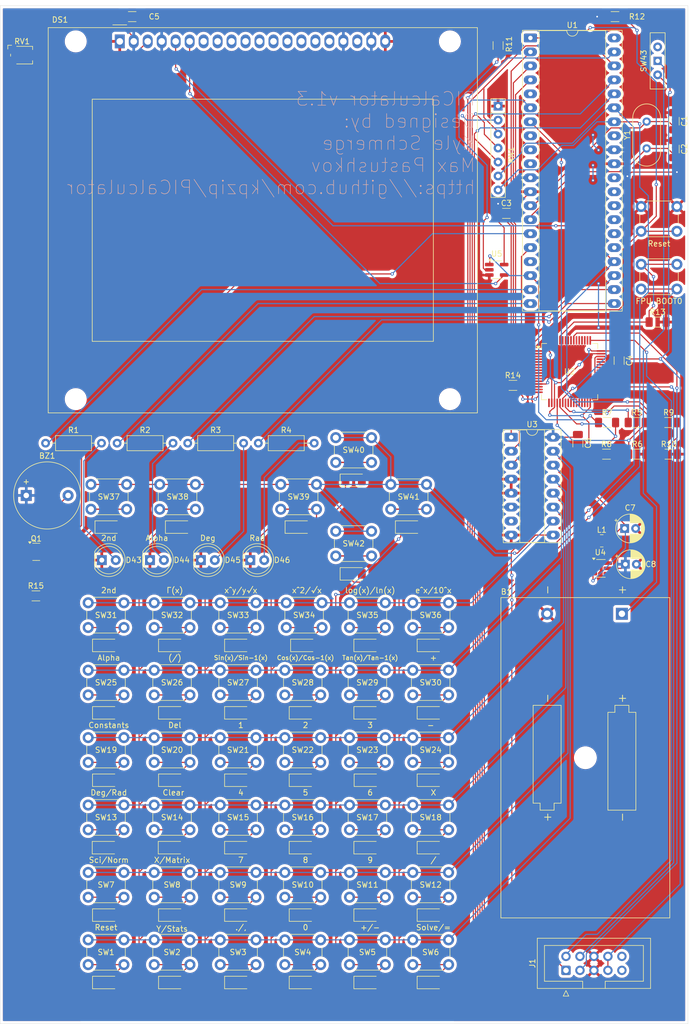
<source format=kicad_pcb>
(kicad_pcb (version 20241229) (generator "pcbnew") (generator_version "9.0")
  (layers (0 "F.Cu" signal) (2 "B.Cu" signal) (13 "F.Paste" user) (15 "B.Paste" user) (5 "F.SilkS" user "F.Silkscreen") (7 "B.SilkS" user "B.Silkscreen") (1 "F.Mask" user) (3 "B.Mask" user) (25 "Edge.Cuts" user))
  (net 0 "")
  (net 1 "Net-(U1-OSC1{slash}CLKIN)")
  (net 2 "GND")
  (net 3 "Net-(U1-OSC2{slash}CLKOUT)")
  (net 4 "+3.3V")
  (net 5 "Net-(D1-K)")
  (net 6 "Net-(D1-A)")
  (net 7 "Net-(D2-A)")
  (net 8 "Net-(D14-K)")
  (net 9 "Net-(D3-A)")
  (net 10 "Net-(D15-K)")
  (net 11 "Net-(D4-A)")
  (net 12 "Net-(D10-K)")
  (net 13 "Net-(D11-K)")
  (net 14 "Net-(D5-A)")
  (net 15 "Net-(D12-K)")
  (net 16 "Net-(D6-A)")
  (net 17 "Net-(D7-A)")
  (net 18 "Net-(D8-A)")
  (net 19 "Net-(D9-A)")
  (net 20 "Net-(D10-A)")
  (net 21 "Net-(D11-A)")
  (net 22 "Net-(D12-A)")
  (net 23 "Net-(D13-A)")
  (net 24 "Net-(D14-A)")
  (net 25 "Net-(D15-A)")
  (net 26 "Net-(D16-A)")
  (net 27 "Net-(D17-A)")
  (net 28 "Net-(D18-A)")
  (net 29 "Net-(D19-A)")
  (net 30 "Net-(D20-A)")
  (net 31 "Net-(D21-A)")
  (net 32 "Net-(D22-A)")
  (net 33 "Net-(D23-A)")
  (net 34 "Net-(D24-A)")
  (net 35 "Net-(D25-A)")
  (net 36 "Net-(D26-A)")
  (net 37 "Net-(D27-A)")
  (net 38 "Net-(D28-A)")
  (net 39 "Net-(D29-A)")
  (net 40 "Net-(D30-A)")
  (net 41 "Net-(D31-A)")
  (net 42 "Net-(D32-A)")
  (net 43 "Net-(D33-A)")
  (net 44 "Net-(D34-A)")
  (net 45 "Net-(D35-A)")
  (net 46 "Net-(D36-A)")
  (net 47 "Net-(D37-A)")
  (net 48 "Net-(D38-A)")
  (net 49 "Net-(D39-A)")
  (net 50 "Net-(D40-A)")
  (net 51 "Net-(D41-A)")
  (net 52 "Net-(D42-A)")
  (net 53 "Net-(DS1-VO)")
  (net 54 "Net-(U3-Y0)")
  (net 55 "Net-(U3-Y1)")
  (net 56 "Net-(U3-Y2)")
  (net 57 "Net-(U3-Y3)")
  (net 58 "Net-(U3-Y4)")
  (net 59 "Net-(U3-Y5)")
  (net 60 "Net-(U3-Y6)")
  (net 61 "Net-(D43-A)")
  (net 62 "Net-(U1-AN0{slash}RA0)")
  (net 64 "SCK")
  (net 66 "Net-(D44-A)")
  (net 67 "Net-(U1-CVref{slash}Vref-{slash}AN2{slash}RA2)")
  (net 69 "MOSI")
  (net 74 "CORDY")
  (net 75 "COSS")
  (net 76 "Net-(D45-A)")
  (net 78 "Net-(BZ1--)")
  (net 79 "DSS")
  (net 80 "MISO")
  (net 81 "Net-(D46-A)")
  (net 85 "Net-(U1-AN1{slash}RA1)")
  (net 99 "SWO")
  (net 132 "2ND")
  (net 144 "Net-(B1-+)")
  (net 145 "+5V")
  (net 146 "Net-(U4-SW)")
  (net 147 "ALPHA")
  (net 148 "DEG")
  (net 149 "RAD")
  (net 151 "Net-(U2-PA5)")
  (net 152 "Net-(U2-PA4)")
  (net 153 "Net-(U2-PA7)")
  (net 155 "Net-(DS1-SCK)")
  (net 156 "SWDIO")
  (net 157 "FPURST")
  (net 158 "SWCLK")
  (net 160 "Net-(U2-BOOT0)")
  (net 161 "Net-(Q1-B)")
  (net 162 "BUZZ")
  (footprint "Button_Switch_THT:SW_PUSH_6mm" (layer "F.Cu") (at 45 181.25)
    (property "Reference" "SW1")
    (property "Value" "Reset")
  )
  (footprint "Diode_SMD:D_1206_3216Metric_Pad1.42x1.75mm_HandSolder" (layer "F.Cu") (at 84 189)
    (property "Reference" "D4" (hide yes))
    (property "Value" "S040S2R0")
  )
  (footprint "Button_Switch_THT:SW_PUSH_6mm" (layer "F.Cu") (at 80.75 169)
    (property "Reference" "SW10")
    (property "Value" "8")
  )
  (footprint "Buzzer_Beeper:Buzzer_12x9.5RM7.6" (layer "F.Cu") (at 33.75 100.5)
    (property "Reference" "BZ1")
    (property "Value" "WT-1205")
  )
  (footprint "Resistor_SMD:R_1206_3216Metric_Pad1.30x1.75mm_HandSolder" (layer "F.Cu") (at 144.8 93)
    (property "Reference" "R6")
    (property "Value" "2kΩ")
  )
  (footprint "Inductor_SMD:L_1008_2520Metric_Pad1.43x2.20mm_HandSolder" (layer "F.Cu") (at 138.3375 108.75 180)
    (property "Reference" "L1")
    (property "Value" "4.7µH")
  )
  (footprint "Diode_SMD:D_1206_3216Metric_Pad1.42x1.75mm_HandSolder" (layer "F.Cu") (at 107.25 164.5)
    (property "Reference" "D18" (hide yes))
    (property "Value" "S040S2R0")
  )
  (footprint "Button_Switch_THT:SW_PUSH_6mm" (layer "F.Cu") (at 45.5 98.5)
    (property "Reference" "SW37")
    (property "Value" "Graph")
  )
  (footprint "Button_Switch_THT:SW_PUSH_6mm" (layer "F.Cu") (at 57 169)
    (property "Reference" "SW8")
    (property "Value" "X/Matrix")
  )
  (footprint "Capacitor_SMD:C_1206_3216Metric_Pad1.33x1.80mm_HandSolder" (layer "F.Cu") (at 151.5 37.5625 -90)
    (property "Reference" "C2")
    (property "Value" "22pF")
  )
  (footprint "Button_Switch_THT:SW_PUSH_6mm" (layer "F.Cu") (at 45 132.25)
    (property "Reference" "SW25")
    (property "Value" "Alpha")
  )
  (footprint "Capacitor_SMD:C_1206_3216Metric_Pad1.33x1.80mm_HandSolder" (layer "F.Cu") (at 134 91 -90)
    (property "Reference" "C6")
    (property "Value" "100nF")
  )
  (footprint "Diode_SMD:D_1206_3216Metric_Pad1.42x1.75mm_HandSolder" (layer "F.Cu") (at 95.75 189)
    (property "Reference" "D5" (hide yes))
    (property "Value" "S040S2R0")
  )
  (footprint "Button_Switch_THT:SW_PUSH_6mm" (layer "F.Cu") (at 69 169)
    (property "Reference" "SW9")
    (property "Value" "7")
  )
  (footprint "Diode_SMD:D_1206_3216Metric_Pad1.42x1.75mm_HandSolder" (layer "F.Cu") (at 107.25 152.25)
    (property "Reference" "D24" (hide yes))
    (property "Value" "S040S2R0")
  )
  (footprint "Button_Switch_THT:SW_PUSH_6mm" (layer "F.Cu") (at 57 120)
    (property "Reference" "SW32")
    (property "Value" "Γ(x)")
  )
  (footprint "Button_Switch_THT:SW_PUSH_6mm" (layer "F.Cu") (at 45 144.5)
    (property "Reference" "SW19")
    (property "Value" "Constants")
  )
  (footprint "Button_Switch_THT:SW_PUSH_6mm" (layer "F.Cu") (at 69 181.25)
    (property "Reference" "SW3")
    (property "Value" "./,")
  )
  (footprint "Resistor_SMD:R_1206_3216Metric_Pad1.30x1.75mm_HandSolder" (layer "F.Cu") (at 122.2 80.5)
    (property "Reference" "R14")
    (property "Value" "10kΩ")
  )
  (footprint "Diode_SMD:D_1206_3216Metric_Pad1.42x1.75mm_HandSolder" (layer "F.Cu") (at 84 140)
    (property "Reference" "D28" (hide yes))
    (property "Value" "S040S2R0")
  )
  (footprint "Connector_IDC:IDC-Header_2x05_P2.54mm_Vertical" (layer "F.Cu") (at 131.84 186.79 90)
    (property "Reference" "J1")
    (property "Value" "Conn_02x05_Odd_Even")
  )
  (footprint "Button_Switch_THT:SW_PUSH_6mm" (layer "F.Cu") (at 104 169)
    (property "Reference" "SW12")
    (property "Value" "/")
  )
  (footprint "Parts:ERM12864-7" (layer "F.Cu") (at 94.24 17.5)
    (property "Reference" "DS1")
    (property "Value" "ERM12864-7")
  )
  (footprint "Resistor_THT:R_Axial_DIN0207_L6.3mm_D2.5mm_P10.16mm_Horizontal" (layer "F.Cu") (at 37.26 91)
    (property "Reference" "R1")
    (property "Value" "470Ω")
  )
  (footprint "Diode_SMD:D_1206_3216Metric_Pad1.42x1.75mm_HandSolder" (layer "F.Cu") (at 48.25 152.25)
    (property "Reference" "D19" (hide yes))
    (property "Value" "S040S2R0")
  )
  (footprint "Button_Switch_THT:SW_PUSH_6mm" (layer "F.Cu") (at 92.5 120)
    (property "Reference" "SW35")
    (property "Value" "log(x)/ln(x)")
  )
  (footprint "Button_Switch_THT:SW_PUSH_6mm" (layer "F.Cu") (at 92.5 132.25)
    (property "Reference" "SW29")
    (property "Value" "Tan(x)/Tan-1(x)")
  )
  (footprint "Button_Switch_THT:SW_PUSH_6mm" (layer "F.Cu") (at 57 156.75)
    (property "Reference" "SW14")
    (property "Value" "Clear")
  )
  (footprint "Resistor_SMD:R_1206_3216Metric_Pad1.30x1.75mm_HandSolder" (layer "F.Cu") (at 139.3 87.25)
    (property "Reference" "R7")
    (property "Value" "1kΩ")
  )
  (footprint "Resistor_THT:R_Axial_DIN0207_L6.3mm_D2.5mm_P10.16mm_Horizontal" (layer "F.Cu") (at 63.09 91)
    (property "Reference" "R3")
    (property "Value" "470Ω")
  )
  (footprint "Button_Switch_THT:SW_PUSH_6mm" (layer "F.Cu") (at 104 144.5)
    (property "Reference" "SW24")
    (property "Value" "-")
  )
  (footprint "Diode_SMD:D_1206_3216Metric_Pad1.42x1.75mm_HandSolder" (layer "F.Cu") (at 48.25 127.75)
    (property "Reference" "D31" (hide yes))
    (property "Value" "S040S2R0")
  )
  (footprint "Diode_SMD:D_1206_3216Metric_Pad1.42x1.75mm_HandSolder" (layer "F.Cu") (at 60.25 189)
    (property "Reference" "D2" (hide yes))
    (property "Value" "S040S2R0")
  )
  (footprint "Diode_SMD:D_1206_3216Metric_Pad1.42x1.75mm_HandSolder" (layer "F.Cu") (at 60.2 164.5)
    (property "Reference" "D14" (hide yes))
    (property "Value" "S040S2R0")
  )
  (footprint "Button_Switch_THT:SW_PUSH_6mm" (layer "F.Cu") (at 57 181.25)
    (property "Reference" "SW2")
    (property "Value" "Y/Stats")
  )
  (footprint "Diode_SMD:D_1206_3216Metric_Pad1.42x1.75mm_HandSolder" (layer "F.Cu") (at 48.25 176.75)
    (property "Reference" "D7" (hide yes))
    (property "Value" "S040S2R0")
  )
  (footprint "Button_Switch_THT:SW_PUSH_6mm" (layer "F.Cu") (at 92.5 144.5)
    (property "Reference" "SW23")
    (property "Value" "3")
  )
  (footprint "Diode_SMD:D_1206_3216Metric_Pad1.42x1.75mm_HandSolder" (layer "F.Cu") (at 95.75 164.5)
    (property "Reference" "D17" (hide yes))
    (property "Value" "S040S2R0")
  )
  (footprint "Resistor_SMD:R_1206_3216Metric_Pad1.30x1.75mm_HandSolder" (layer "F.Cu") (at 144.7 87.25)
    (property "Reference" "R5")
    (property "Value" "1kΩ")
  )
  (footprint "Package_DIP:DIP-16_W7.62mm_Socket_LongPads" (layer "F.Cu") (at 121.88 89.92)
    (property "Reference" "U3")
    (property "Value" "74HC238")
  )
  (footprint "Capacitor_THT:CP_Radial_D5.0mm_P2.00mm" (layer "F.Cu") (at 142.632388 113)
    (property "Reference" "C8")
    (property "Value" "4.7µF")
  )
  (footprint "Button_Switch_THT:SW_PUSH_6mm" (layer "F.Cu") (at 100 98.5)
    (property "Reference" "SW41")
    (property "Value" "Right")
  )
  (footprint "Diode_SMD:D_1206_3216Metric_Pad1.42x1.75mm_HandSolder" (layer "F.Cu") (at 83.25 106.25)
    (property "Reference" "D39" (hide yes))
    (property "Value" "S040S2R0")
  )
  (footprint "Diode_SMD:D_1206_3216Metric_Pad1.42x1.75mm_HandSolder" (layer "F.Cu") (at 107.25 176.75)
    (property "Reference" "D12" (hide yes))
    (property "Value" "S040S2R0")
  )
  (footprint "Button_Switch_THT:SW_PUSH_6mm" (layer "F.Cu") (at 92.5 156.75)
    (property "Reference" "SW17")
    (property "Value" "6")
  )
  (footprint "Diode_SMD:D_1206_3216Metric_Pad1.42x1.75mm_HandSolder" (layer "F.Cu") (at 107.25 189)
    (property "Reference" "D6" (hide yes))
    (property "Value" "S040S2R0")
  )
  (footprint "LED_THT:LED_D5.0mm" (layer "F.Cu") (at 56.225 112.25)
    (property "Reference" "D44")
    (property "Value" "Alpha")
  )
  (footprint "Button_Switch_THT:SW_PUSH_6mm" (layer "F.Cu") (at 45 169)
    (property "Reference" "SW7")
    (property "Value" "Sci/Norm")
  )
  (footprint "Capacitor_SMD:C_1206_3216Metric_Pad1.33x1.80mm_HandSolder" (layer "F.Cu") (at 141.5 76 -90)
    (property "Reference" "C4")
    (property "Value" "100nF")
  )
  (footprint "Package_QFP:LQFP-64_10x10mm_P0.5mm" (layer "F.Cu") (at 132.5 78)
    (property "Reference" "U2")
    (property "Value" "STM32F401RCTx")
  )
  (footprint "Diode_SMD:D_1206_3216Metric_Pad1.42x1.75mm_HandSolder" (layer "F.Cu") (at 84 152.25)
    (property "Reference" "D22" (hide yes))
    (property "Value" "S040S2R0")
  )
  (footprint "Button_Switch_THT:SW_PUSH_6mm" (layer "F.Cu") (at 57 132.25)
    (property "Reference" "SW26")
    (property "Value" "(/)")
  )
  (footprint "Button_Switch_THT:SW_PUSH_6mm" (layer "F.Cu") (at 104 156.75)
    (property "Reference" "SW18")
    (property "Value" "X")
  )
  (footprint "Diode_SMD:D_1206_3216Metric_Pad1.42x1.75mm_HandSolder" (layer "F.Cu") (at 103.3 106.25)
    (property "Reference" "D41" (hide yes))
    (property "Value" "S040S2R0")
  )
  (footprint "Crystal:Crystal_HC49-U_Vertical" (layer "F.Cu") (at 146.5 37.45 90)
    (property "Reference" "Y1")
    (property "Value" "20MHz")
  )
  (footprint "Capacitor_SMD:C_1206_3216Metric_Pad1.33x1.80mm_HandSolder" (layer "F.Cu") (at 53 13.5 180)
    (property "Reference" "C5")
    (property "Value" "100nF")
  )
  (footprint "Diode_SMD:D_1206_3216Metric_Pad1.42x1.75mm_HandSolder" (layer "F.Cu") (at 48.7 106.25)
    (property "Reference" "D37" (hide yes))
    (property "Value" "S040S2R0")
  )
  (footprint "Button_Switch_THT:SW_PUSH_6mm" (layer "F.Cu") (at 104 181.25)
    (property "Reference" "SW6")
    (property "Value" "Solve/=")
  )
  (footprint "Diode_SMD:D_1206_3216Metric_Pad1.42x1.75mm_HandSolder" (layer "F.Cu") (at 60.25 127.75)
    (property "Reference" "D32" (hide yes))
    (property "Value" "S040S2R0")
  )
  (footprint "Capacitor_SMD:C_1206_3216Metric_Pad1.33x1.80mm_HandSolder" (layer "F.Cu") (at 121 49.25)
    (property "Reference" "C3")
    (property "Value" "100nF")
  )
  (footprint "Diode_SMD:D_1206_3216Metric_Pad1.42x1.75mm_HandSolder" (layer "F.Cu") (at 72.25 152.25)
    (property "Reference" "D21" (hide yes))
    (property "Value" "S040S2R0")
  )
  (footprint "Potentiometer_SMD:Potentiometer_Bourns_TC33X_Vertical" (layer "F.Cu") (at 33 20.5)
    (property "Reference" "RV1")
    (property "Value" "10kΩ")
  )
  (footprint "Diode_SMD:D_1206_3216Metric_Pad1.42x1.75mm_HandSolder" (layer "F.Cu") (at 48.25 189)
    (property "Reference" "D1" (hide yes))
    (property "Value" "S040S2R0")
  )
  (footprint "Button_Switch_THT:SW_PUSH_6mm" (layer "F.Cu") (at 80.75 132.25)
    (property "Reference" "SW28")
    (property "Value" "Cos(x)/Cos-1(x)")
  )
  (footprint "Diode_SMD:D_1206_3216Metric_Pad1.42x1.75mm_HandSolder" (layer "F.Cu") (at 95.75 127.75)
    (property "Reference" "D35" (hide yes))
    (property "Value" "S040S2R0")
  )
  (footprint "Diode_SMD:D_1206_3216Metric_Pad1.42x1.75mm_HandSolder" (layer "F.Cu") (at 48.2 164.5)
    (property "Reference" "D13" (hide yes))
    (property "Value" "S040S2R0")
  )
  (footprint "Button_Switch_THT:SW_PUSH_6mm" (layer "F.Cu") (at 145.5 58.5)
    (property "Reference" "SW44" (hide yes))
    (property "Value" "FPU BOOT0")
  )
  (footprint "Battery:BatteryHolder_MPD_BC2AAPC_2xAA" (layer "F.Cu") (at 142 122 -90)
    (property "Reference" "B1")
    (property "Value" "2x AA")
  )
  (footprint "Diode_SMD:D_1206_3216Metric_Pad1.42x1.75mm_HandSolder" (layer "F.Cu") (at 72.25 140)
    (property "Reference" "D27" (hide yes))
    (property "Value" "S040S2R0")
  )
  (footprint "Diode_SMD:D_1206_3216Metric_Pad1.42x1.75mm_HandSolder" (layer "F.Cu") (at 95.75 140)
    (property "Reference" "D29" (hide yes))
    (property "Value" "S040S2R0")
  )
  (footprint "Diode_SMD:D_1206_3216Metric_Pad1.42x1.75mm_HandSolder" (layer "F.Cu") (at 60.25 140)
    (property "Reference" "D26" (hide yes))
    (property "Value" "S040S2R0")
  )
  (footprint "Button_Switch_THT:SW_PUSH_6mm" (layer "F.Cu") (at 104 132.25)
    (property "Reference" "SW30")
    (property "Value" "+")
  )
  (footprint "Resistor_SMD:R_1206_3216Metric_Pad1.30x1.75mm_HandSolder" (layer "F.Cu") (at 119.5 18.75 -90)
    (property "Reference" "R11")
    (property "Value" "10kΩ")
  )
  (footprint "Diode_SMD:D_1206_3216Metric_Pad1.42x1.75mm_HandSolder" (layer "F.Cu") (at 84 164.5)
    (property "Reference" "D16" (hide yes))
    (property "Value" "S040S2R0")
  )
  (footprint "Diode_SMD:D_1206_3216Metric_Pad1.42x1.75mm_HandSolder" (layer "F.Cu") (at 48.25 140)
    (property "Reference" "D25" (hide yes))
    (property "Value" "S040S2R0")
  )
  (footprint "Button_Switch_THT:SW_PUSH_6mm" (layer "F.Cu") (at 81 120)
    (property "Reference" "SW34")
    (property "Value" "x^2/√x")
  )
  (footprint "LED_THT:LED_D5.0mm" (layer "F.Cu") (at 65.475 112.25)
    (property "Reference" "D45")
    (property "Value" "Deg")
  )
  (footprint "Diode_SMD:D_1206_3216Metric_Pad1.42x1.75mm_HandSolder" (layer "F.Cu") (at 61.5 106.25)
    (property "Reference" "D38" (hide yes))
    (property "Value" "S040S2R0")
  )
  (footprint "Button_Switch_THT:SW_PUSH_6mm" (layer "F.Cu") (at 69 132.25)
    (property "Reference" "SW27")
    (property "Value" "Sin(x)/Sin-1(x)")
  )
  (footprint "Resistor_SMD:R_1206_3216Metric_Pad1.30x1.75mm_HandSolder" (layer "F.Cu") (at 148.5 69)
    (property "Reference" "R13")
    (property "Value" "10kΩ")
  )
  (footprint "Package_TO_SOT_SMD:SOT-23" (layer "F.Cu") (at 35.5625 110.75)
    (property "Reference" "Q1")
    (property "Value" "MMBT3904")
  )
  (footprint "Button_Switch_THT:SW_PUSH_6mm" (layer "F.Cu") (at 104 120)
    (property "Reference" "SW36")
    (property "Value" "e^x/10^x")
  )
  (footprint "Button_Switch_THT:SW_PUSH_6mm" (layer "F.Cu") (at 145.5 48)
    (property "Reference" "SW45" (hide yes))
    (property "Value" "Reset")
  )
  (footprint "Diode_SMD:D_1206_3216Metric_Pad1.42x1.75mm_HandSolder" (layer "F.Cu") (at 93.25 97.75)
    (property "Reference" "D40" (hide yes))
    (property "Value" "S040S2R0")
  )
  (footprint "Button_Switch_THT:SW_PUSH_6mm" (layer "F.Cu") (at 45 120)
    (property "Reference" "SW31")
    (property "Value" "2nd")
  )
  (footprint "Capacitor_THT:CP_Radial_D5.0mm_P2.00mm" (layer "F.Cu") (at 142.5 106.5)
    (property "Reference" "C7")
    (property "Value" "4.7µF")
  )
  (footprint "Resistor_SMD:R_1206_3216Metric_Pad1.30x1.75mm_HandSolder" (layer "F.Cu") (at 140.75 13.5)
    (property "Reference" "R12")
    (property "Value" "10kΩ")
  )
  (footprint "Button_Switch_THT:SW_PUSH_6mm" (layer "F.Cu") (at 69 144.5)
    (property "Reference" "SW21")
    (property "Value" "1")
  )
  (footprint "Button_Switch_THT:SW_PUSH_6mm" (layer "F.Cu") (at 57 144.5)
    (property "Reference" "SW20")
    (property "Value" "Del")
  )
  (footprint "Diode_SMD:D_1206_3216Metric_Pad1.42x1.75mm_HandSolder" (layer "F.Cu") (at 107.25 127.75)
    (property "Reference" "D36" (hide yes))
    (property "Value" "S040S2R0")
  )
  (footprint "Resistor_SMD:R_1206_3216Metric_Pad1.30x1.75mm_HandSolder" (layer "F.Cu") (at 139.2 93)
    (property "Reference" "R8")
    (property "Value" "2kΩ")
  )
  (footprint "Resistor_SMD:R_1206_3216Metric_Pad1.30x1.75mm_HandSolder" (layer "F.Cu") (at 35.5 118.75)
    (property "Reference" "R15")
    (property "Value" "200Ω")
  )
  (footprint "Button_Switch_THT:SW_PUSH_6mm" (layer "F.Cu") (at 90 90)
    (property "Reference" "SW40")
    (property "Value" "Up")
  )
  (footprint "Diode_SMD:D_1206_3216Metric_Pad1.42x1.75mm_HandSolder" (layer "F.Cu") (at 72.25 164.5)
    (property "Reference" "D15" (hide yes))
    (property "Value" "S040S2R0")
  )
  (footprint "Button_Switch_THT:SW_PUSH_6mm" (layer "F.Cu") (at 80.75 144.5)
    (property "Reference" "SW22")
    (property "Value" "2")
  )
  (footprint "Button_Switch_THT:SW_PUSH_6mm" (layer "F.Cu") (at 90 107)
    (property "Reference" "SW42")
    (property "Value" "Down")
  )
  (footprint "Capacitor_SMD:C_1206_3216Metric_Pad1.33x1.80mm_HandSolder" (layer "F.Cu") (at 151.5 32.5 -90)
    (property "Reference" "C1")
    (property "Value" "22pF")
  )
  (footprint "Diode_SMD:D_1206_3216Metric_Pad1.42x1.75mm_HandSolder" (layer "F.Cu") (at 95.8 152.25)
    (property "Reference" "D23" (hide yes))
    (property "Value" "S040S2R0")
  )
  (footprint "Button_Switch_THT:SW_Slide-03_Wuerth-WS-SLTV_10x2.5x6.4_P2.54mm" (layer "F.Cu") (at 148.5 21.54 90)
    (property "Reference" "SW43")
    (property "Value" "Power")
  )
  (footprint "Diode_SMD:D_1206_3216Metric_Pad1.42x1.75mm_HandSolder" (layer "F.Cu") (at 93.25 114.75)
    (property "Reference" "D42" (hide yes))
    (property "Value" "S040S2R0")
  )
  (footprint "Button_Switch_THT:SW_PUSH_6mm" (layer "F.Cu") (at 92.5 181.25)
    (property "Reference" "SW5")
    (property "Value" "+/-")
  )
  (footprint "Resistor_THT:R_Axial_DIN0207_L6.3mm_D2.5mm_P10.16mm_Horizontal" (layer "F.Cu") (at 50.26 91)
    (property "Reference" "R2")
    (property "Value" "470Ω")
  )
  (footprint "Resistor_SMD:R_1206_3216Metric_Pad1.30x1.75mm_HandSolder" (layer "F.Cu") (at 150.55 93)
    (property "Reference" "R10")
    (property "Value" "2kΩ")
  )
  (footprint "Resistor_THT:R_Array_SIP7" (layer "F.Cu") (at 119.5 29.76 -90)
    (property "Reference" "RN1")
    (property "Value" "10kΩ")
  )
  (footprint "Diode_SMD:D_1206_3216Metric_Pad1.42x1.75mm_HandSolder" (layer "F.Cu") (at 95.75 176.75)
    (property "Reference" "D11" (hide yes))
    (property "Value" "S040S2R0")
  )
  (footprint "Button_Switch_THT:SW_PUSH_6mm" (layer "F.Cu") (at 80.75 156.75)
    (property "Reference" "SW16")
    (property "Value" "5")
  )
  (footprint "Diode_SMD:D_1206_3216Metric_Pad1.42x1.75mm_HandSolder" (layer "F.Cu") (at 72.25 127.75)
    (property "Reference" "D33" (hide yes))
    (property "Value" "S040S2R0")
  )
  (footprint "Diode_SMD:D_1206_3216Metric_Pad1.42x1.75mm_HandSolder" (layer "F.Cu") (at 84.25 127.75)
    (property "Reference" "D34" (hide yes))
    (property "Value" "S040S2R0")
  )
  (footprint "Button_Switch_THT:SW_PUSH_6mm" (layer "F.Cu") (at 80 98.5)
    (property "Reference" "SW39")
    (property "Value" "Left")
  )
  (footprint "Button_Switch_THT:SW_PUSH_6mm" (layer "F.Cu") (at 69 120)
    (property "Reference" "SW33")
    (property "Value" "x^y/y√x")
  )
  (footprint "LED_THT:LED_D5.0mm" (layer "F.Cu") (at 74.46 112.25)
    (property "Reference" "D46")
    (property "Value" "Rad")
  )
  (footprint "Package_TO_SOT_SMD:SOT-23-5_HandSoldering" (layer "F.Cu") (at 119.25 59.5)
    (property "Reference" "U5")
    (property "Value" "SN74LVC1G32DBVR")
  )
  (footprint "Diode_SMD:D_1206_3216Metric_Pad1.42x1.75mm_HandSolder" (layer "F.Cu") (at 84 176.75)
    (property "Reference" "D10" (hide yes))
    (property "Value" "S040S2R0")
  )
  (footprint "Button_Switch_THT:SW_PUSH_6mm" (layer "F.Cu") (at 80.75 181.25)
    (property "Reference" "SW4")
    (property "Value" "0")
  )
  (footprint "Package_TO_SOT_SMD:SOT-23-6_Handsoldering" (layer "F.Cu") (at 138.0875 113.75)
    (property "Reference" "U4")
    (property "Value" "ISL9111EH50Z-T7A")
  )
  (footprint "Button_Switch_THT:SW_PUSH_6mm" (layer "F.Cu") (at 58 98.5)
    (property "Reference" "SW38")
    (property "Value" "Programs")
  )
  (footprint "Resistor_SMD:R_1206_3216Metric_Pad1.30x1.75mm_HandSolder" (layer "F.Cu") (at 150.5 87.25)
    (property "Reference" "R9")
    (property "Value" "1kΩ")
  )
  (footprint "Button_Switch_THT:SW_PUSH_6mm" (layer "F.Cu") (at 92.5 169)
    (property "Reference" "SW11")
    (property "Value" "9")
  )
  (footprint "Diode_SMD:D_1206_3216Metric_Pad1.42x1.75mm_HandSolder" (layer "F.Cu") (at 107.25 140)
    (property "Reference" "D30" (hide yes))
    (property "Value" "S040S2R0")
  )
  (footprint "Button_Switch_THT:SW_PUSH_6mm" (layer "F.Cu") (at 45 156.75)
    (property "Reference" "SW13")
    (property "Value" "Deg/Rad")
  )
  (footprint "Resistor_THT:R_Axial_DIN0207_L6.3mm_D2.5mm_P10.16mm_Horizontal" (layer "F.Cu") (at 75.92 91)
    (property "Reference" "R4")
    (property "Value" "470Ω")
  )
  (footprint "Package_DIP:DIP-40_W15.24mm_Socket_LongPads" (layer "F.Cu") (at 125.375 17.375)
    (property "Reference" "U1")
    (property "Value" "PIC16C74")
  )
  (footprint "Button_Switch_THT:SW_PUSH_6mm" (layer "F.Cu") (at 69 156.75)
    (property "Reference" "SW15")
    (property "Value" "4")
  )
  (footprint "Diode_SMD:D_1206_3216Metric_Pad1.42x1.75mm_HandSolder" (layer "F.Cu") (at 72.25 189)
    (property "Reference" "D3" (hide yes))
    (property "Value" "S040S2R0")
  )
  (footprint "Diode_SMD:D_1206_3216Metric_Pad1.42x1.75mm_HandSolder" (layer "F.Cu") (at 60.25 152.25)
    (property "Reference" "D20" (hide yes))
    (property "Value" "S040S2R0")
  )
  (footprint "LED_THT:LED_D5.0mm" (layer "F.Cu") (at 47.475 112.25)
    (property "Reference" "D43")
    (property "Value" "2nd")
  )
  (footprint "Diode_SMD:D_1206_3216Metric_Pad1.42x1.75mm_HandSolder" (layer "F.Cu") (at 72.25 176.75)
    (property "Reference" "D9" (hide yes))
    (property "Value" "S040S2R0")
  )
  (footprint "Diode_SMD:D_1206_3216Metric_Pad1.42x1.75mm_HandSolder" (layer "F.Cu") (at 60.25 176.75)
    (property "Reference" "D8" (hide yes))
    (property "Value" "S040S2R0")
  )
  (gr_rect (start 29 11.5) (end 154 196.5) (stroke (width 0.05)) (fill no) (layer "Edge.Cuts"))
  (gr_text "PICalculator v1.3\nDesigned by:\nKyle Schmerge\nMax Pastushkov\nhttps://github.com/kpzip/PICalculator\n" (at 115.5 46 0) (layer "B.SilkS") (effects (font (size 2.5 2.5) (thickness 0.1)) (justify left bottom mirror)))
  (segment (start 125.895 47.855) (end 125.375 47.855) (width 0.2) (layer "F.Cu") (net 1))
  (segment (start 146.5 32.57) (end 150.5075 32.57) (width 0.2) (layer "F.Cu") (net 1))
  (segment (start 140.035 33.715) (end 125.895 47.855) (width 0.2) (layer "F.Cu") (net 1))
  (segment (start 146.5 32.57) (end 145.355 33.715) (width 0.2) (layer "F.Cu") (net 1))
  (segment (start 145.355 33.715) (end 140.035 33.715) (width 0.2) (layer "F.Cu") (net 1))
  (segment (start 146.57 32.5) (end 146.5 32.57) (width 0.2) (layer "F.Cu") (net 1))
  (segment (start 150.5075 32.57) (end 152 34.0625) (width 0.2) (layer "F.Cu") (net 1))
  (segment (start 136.5 74.75) (end 132.36759 74.75) (width 0.2) (layer "F.Cu") (net 2))
  (segment (start 136.5 75.5) (end 135.75 76.25) (width 0.2) (layer "F.Cu") (net 2))
  (segment (start 122.5625 48.1275) (end 125.375 45.315) (width 0.2) (layer "F.Cu") (net 2))
  (segment (start 127.63241 79.75) (end 126.825 79.75) (width 0.2) (layer "F.Cu") (net 2))
  (segment (start 132.36759 74.75) (end 130.86759 74.75) (width 0.2) (layer "F.Cu") (net 2))
  (segment (start 138.98241 74.75) (end 141.5 77.26759) (width 0.2) (layer "F.Cu") (net 2))
  (segment (start 130.86759 74.75) (end 130.86759 76.51482) (width 0.2) (layer "F.Cu") (net 2))
  (segment (start 130.86759 76.51482) (end 129.25 78.13241) (width 0.2) (layer "F.Cu") (net 2))
  (segment (start 138.175 74.75) (end 136.5 74.75) (width 0.2) (layer "F.Cu") (net 2))
  (segment (start 122.5625 49.25) (end 122.5625 48.1275) (width 0.2) (layer "F.Cu") (net 2))
  (segment (start 141.5 77.26759) (end 141.5 77.5625) (width 0.2) (layer "F.Cu") (net 2))
  (segment (start 135.75 76.25) (end 135.75 83.675) (width 0.2) (layer "F.Cu") (net 2))
  (segment (start 130.86759 76.51482) (end 127.63241 79.75) (width 0.2) (layer "F.Cu") (net 2))
  (segment (start 129.25 78.13241) (end 129.25 83.675) (width 0.2) (layer "F.Cu") (net 2))
  (segment (start 130.86759 74.75) (end 129.25 73.13241) (width 0.2) (layer "F.Cu") (net 2))
  (segment (start 138.175 74.75) (end 138.98241 74.75) (width 0.2) (layer "F.Cu") (net 2))
  (segment (start 129.25 73.13241) (end 129.25 72.325) (width 0.2) (layer "F.Cu") (net 2))
  (segment (start 136.5 74.75) (end 136.5 75.5) (width 0.2) (layer "F.Cu") (net 2))
  (via (at 136.75 43.25) (size 0.6) (drill 0.3) (layers "F.Cu" "B.Cu") (net 2))
  (via (at 137.75 37.75) (size 0.6) (drill 0.3) (layers "F.Cu" "B.Cu") (net 2))
  (via (at 137.75 62) (size 0.6) (drill 0.3) (layers "F.Cu" "B.Cu") (net 2))
  (via (at 136.75 40.5) (size 0.6) (drill 0.3) (layers "F.Cu" "B.Cu") (net 2))
  (via (at 136.75 35) (size 0.6) (drill 0.3) (layers "F.Cu" "B.Cu") (net 2))
  (via (at 137.75 70) (size 0.6) (drill 0.3) (layers "F.Cu" "B.Cu") (net 2))
  (segment (start 136.75 40.5) (end 136.75 43.25) (width 0.2) (layer "B.Cu") (net 2))
  (segment (start 137.75 70) (end 137.75 62) (width 0.2) (layer "B.Cu") (net 2))
  (segment (start 137.75 37.75) (end 136.75 36.75) (width 0.2) (layer "B.Cu") (net 2))
  (segment (start 136.75 36.75) (end 136.75 35) (width 0.2) (layer "B.Cu") (net 2))
  (segment (start 142.275 41.675) (end 133.510635 41.675) (width 0.2) (layer "F.Cu") (net 3))
  (segment (start 146.5 37.45) (end 150.325 37.45) (width 0.2) (layer "F.Cu") (net 3))
  (segment (start 150.325 37.45) (end 152 39.125) (width 0.2) (layer "F.Cu") (net 3))
  (segment (start 133.510635 41.675) (end 125.375 49.810635) (width 0.2) (layer "F.Cu") (net 3))
  (segment (start 146.5 37.45) (end 142.275 41.675) (width 0.2) (layer "F.Cu") (net 3))
  (segment (start 125.375 49.810635) (end 125.375 50.395) (width 0.2) (layer "F.Cu") (net 3))
  (segment (start 146.55 37.5) (end 146.5 37.45) (width 0.2) (layer "F.Cu") (net 3))
  (segment (start 136.25 83.675) (end 136.25 84.48241) (width 0.2) (layer "F.Cu") (net 4))
  (segment (start 145.5 63) (end 152 63) (width 0.2) (layer "F.Cu") (net 4))
  (segment (start 136.5 74.25) (end 138.175 74.25) (width 0.2) (layer "F.Cu") (net 4))
  (segment (start 136.75 116) (end 136.75 114.7125) (width 0.2) (layer "F.Cu") (net 4))
  (segment (start 142.7625 75.7) (end 141.5 74.4375) (width 0.2) (layer "F.Cu") (net 4))
  (segment (start 141.3125 74.25) (end 138.175 74.25) (width 0.2) (layer "F.Cu") (net 4))
  (segment (start 139.5 112.5) (end 139.5 112.6375) (width 0.2) (layer "F.Cu") (net 4))
  (segment (start 129.75 80.25) (end 130 80) (width 0.2) (layer "F.Cu") (net 4))
  (segment (start 129 75) (end 129 74.5) (width 0.2) (layer "F.Cu") (net 4))
  (segment (start 129.75 83.675) (end 129.75 80.25) (width 0.2) (layer "F.Cu") (net 4))
  (segment (start 142.632388 105.882388) (end 142.632388 106.5) (width 0.2) (layer "F.Cu") (net 4))
  (segment (start 136.7375 115.9875) (end 136.75 116) (width 0.2) (layer "F.Cu") (net 4))
  (segment (start 130 80) (end 131 80) (width 0.2) (layer "F.Cu") (net 4))
  (segment (start 136.25 74) (end 136.5 74.25) (width 0.2) (layer "F.Cu") (net 4))
  (segment (start 136.75 114.7125) (end 136.7375 114.7) (width 0.2) (layer "F.Cu") (net 4))
  (segment (start 129 74.5) (end 128.75 74.25) (width 0.2) (layer "F.Cu") (net 4))
  (segment (start 148.5 24.08) (end 150.75 26.33) (width 0.2) (layer "F.Cu") (net 4))
  (segment (start 128.9 85.251471) (end 129.401471 84.75) (width 0.2) (layer "F.Cu") (net 4))
  (segment (start 139.5 108.75) (end 139.5 112.7375) (width 0.2) (layer "F.Cu") (net 4))
  (segment (start 128.9 85.9) (end 128.9 85.251471) (width 0.2) (layer "F.Cu") (net 4))
  (segment (start 128.75 74.25) (end 126.825 74.25) (width 0.2) (layer "F.Cu") (net 4))
  (segment (start 136 99.25) (end 142.632388 105.882388) (width 0.2) (layer "F.Cu") (net 4))
  (segment (start 149 75.7) (end 142.7625 75.7) (width 0.2) (layer "F.Cu") (net 4))
  (segment (start 129.5 84.75) (end 129.75 84.5) (width 0.2) (layer "F.Cu") (net 4))
  (segment (start 126.825 80.25) (end 128.25 80.25) (width 0.2) (layer "F.Cu") (net 4))
  (segment (start 128.25 80.25) (end 128.5 80) (width 0.2) (layer "F.Cu") (net 4))
  (segment (start 139.46 184.25) (end 139.46 186.79) (width 0.2) (layer "F.Cu") (net 4))
  (segment (start 134.741205 85.991205) (end 134.75 86) (width 0.2) (layer "F.Cu") (net 4))
  (segment (start 131 80) (end 134.25 76.75) (width 0.2) (layer "F.Cu") (net 4))
  (segment (start 136.25 84.48241) (end 134.741205 85.991205) (width 0.2) (layer "F.Cu") (net 4))
  (segment (start 129.75 84.5) (end 129.75 83.675) (width 0.2) (layer "F.Cu") (net 4))
  (segment (start 141.5 74.4375) (end 141.3125 74.25) (width 0.2) (layer "F.Cu") (net 4))
  (segment (start 141.75 106.5) (end 142.632388 106.5) (width 0.2) (layer "F.Cu") (net 4))
  (segment (start 129.401471 84.75) (end 129.5 84.75) (width 0.2) (layer "F.Cu") (net 4))
  (segment (start 150.75 26.33) (end 150.75 27.25) (width 0.2) (layer "F.Cu") (net 4))
  (segment (start 134.75 86) (end 136 87.25) (width 0.2) (layer "F.Cu") (net 4))
  (segment (start 128.75 74.25) (end 128.75 72.325) (width 0.2) (layer "F.Cu") (net 4))
  (segment (start 139.5 112.7375) (end 139.4375 112.8) (width 0.2) (layer "F.Cu") (net 4))
  (segment (start 136 87.25) (end 136 99.25) (width 0.2) (layer "F.Cu") (net 4))
  (segment (start 139.5 108.75) (end 141.75 106.5) (width 0.2) (layer "F.Cu") (net 4))
  (segment (start 145.5 63) (end 145.5 63.5) (width 0.2) (layer "F.Cu") (net 4))
  (segment (start 136 74) (end 136.25 74) (width 0.2) (layer "F.Cu") (net 4))
  (via (at 130 80) (size 0.6) (drill 0.3) (layers "F.Cu" "B.Cu") (net 4))
  (via (at 128.9 85.9) (size 0.6) (drill 0.3) (layers "F.Cu" "B.Cu") (net 4))
  (via (at 134.75 86) (size 0.6) (drill 0.3) (layers "F.Cu" "B.Cu") (net 4))
  (via (at 149 75.7) (size 0.6) (drill 0.3) (layers "F.Cu" "B.Cu") (net 4))
  (via (at 150.75 27.25) (size 0.6) (drill 0.3) (layers "F.Cu" "B.Cu") (net 4))
  (via (at 134.25 76.75) (size 0.6) (drill 0.3) (layers "F.Cu" "B.Cu") (net 4))
  (via (at 136.75 116) (size 0.6) (drill 0.3) (layers "F.Cu" "B.Cu") (net 4))
  (via (at 136 74) (size 0.6) (drill 0.3) (layers "F.Cu" "B.Cu") (net 4))
  (via (at 129 75) (size 0.6) (drill 0.3) (layers "F.Cu" "B.Cu") (net 4))
  (via (at 128.5 80) (size 0.6) (drill 0.3) (layers "F.Cu" "B.Cu") (net 4))
  (segment (start 136 75) (end 136 74) (width 0.2) (layer "B.Cu") (net 4))
  (segment (start 152 63) (end 150.5 64.5) (width 0.2) (layer "B.Cu") (net 4))
  (segment (start 134.25 76.75) (end 136 75) (width 0.2) (layer "B.Cu") (net 4))
  (segment (start 152.6 79.3) (end 152.6 171.11) (width 0.2) (layer "B.Cu") (net 4))
  (segment (start 142.632388 110.117612) (end 142.632388 106.5) (width 0.2) (layer "B.Cu") (net 4))
  (segment (start 129 79) (end 130 80) (width 0.2) (layer "B.Cu") (net 4))
  (segment (start 129 75) (end 129 79) (width 0.2) (layer "B.Cu") (net 4))
  (segment (start 150.5 74.2) (end 150.5 64.5) (width 0.2) (layer "B.Cu") (net 4))
  (segment (start 150.5 64.5) (end 150.5 27.5) (width 0.2) (layer "B.Cu") (net 4))
  (segment (start 149 75.7) (end 152.6 79.3) (width 0.2) (layer "B.Cu") (net 4))
  (segment (start 150.5 27.5) (end 150.75 27.25) (width 0.2) (layer "B.Cu") (net 4))
  (segment (start 142.632388 105.882388) (end 142.632388 106.5) (width 0.2) (layer "B.Cu") (net 4))
  (segment (start 129 86) (end 134.75 86) (width 0.2) (layer "B.Cu") (net 4))
  (segment (start 149 75.7) (end 150.5 74.2) (width 0.2) (layer "B.Cu") (net 4))
  (segment (start 128.9 85.9) (end 129 86) (width 0.2) (layer "B.Cu") (net 4))
  (segment (start 136.75 116) (end 142.632388 110.117612) (width 0.2) (layer "B.Cu") (net 4))
  (segment (start 152.6 171.11) (end 139.46 184.25) (width 0.2) (layer "B.Cu") (net 4))
  (segment (start 128.5 79.5) (end 128.5 80) (width 0.2) (layer "B.Cu") (net 4))
  (segment (start 129 79) (end 128.5 79.5) (width 0.2) (layer "B.Cu") (net 4))
  (segment (start 46.7625 127) (end 46.75 127) (width 0.2) (layer "F.Cu") (net 5))
  (segment (start 42.2625 193.5) (end 42.25 193.5) (width 0.2) (layer "F.Cu") (net 5))
  (segment (start 42.25 110.25) (end 46.25 106.25) (width 0.2) (layer "F.Cu") (net 5))
  (segment (start 47.2125 105.5) (end 47 105.5) (width 0.2) (layer "F.Cu") (net 5))
  (segment (start 42.2625 156.75) (end 42.25 156.75) (width 0.2) (layer "F.Cu") (net 5))
  (segment (start 46.7125 164.5375) (end 42.25 169) (width 0.2) (layer "F.Cu") (net 5))
  (segment (start 46.75 176.75) (end 42.25 181.25) (width 0.2) (layer "F.Cu") (net 5))
  (segment (start 42.25 156.75) (end 42.25 169) (width 0.2) (layer "F.Cu") (net 5))
  (segment (start 42.25 131.5) (end 42.25 132.25) (width 0.2) (layer "F.Cu") (net 5))
  (segment (start 110.52843 195.8) (end 44.55 195.8) (width 0.2) (layer "F.Cu") (net 5))
  (segment (start 46.25 106.25) (end 47.2125 106.25) (width 0.2) (layer "F.Cu") (net 5))
  (segment (start 46.7625 140) (end 46.75 140) (width 0.2) (layer "F.Cu") (net 5))
  (segment (start 117 123.5) (end 117 189.32843) (width 0.2) (layer "F.Cu") (net 5))
  (segment (start 46.7625 127.75) (end 46.75 127.75) (width 0.2) (layer "F.Cu") (net 5))
  (segment (start 42.25 132.25) (end 42.25 132.5) (width 0.2) (layer "F.Cu") (net 5))
  (segment (start 117 189.32843) (end 110.52843 195.8) (width 0.2) (layer "F.Cu") (net 5))
  (segment (start 46.7625 152.25) (end 42.2625 156.75) (width 0.2) (layer "F.Cu") (net 5))
  (segment (start 46.7625 189) (end 42.2625 193.5) (width 0.2) (layer "F.Cu") (net 5))
  (segment (start 42.25 169) (end 42.25 181.25) (width 0.2) (layer "F.Cu") (net 5))
  (segment (start 42.25 132.5) (end 42.25 133.75) (width 0.2) (layer "F.Cu") (net 5))
  (segment (start 42.25 181.25) (end 42.25 193.5) (width 0.2) (layer "F.Cu") (net 5))
  (segment (start 46.75 127.75) (end 42.25 132.25) (width 0.2) (layer "F.Cu") (net 5))
  (segment (start 46.75 140) (end 42.25 144.5) (width 0.2) (layer "F.Cu") (net 5))
  (segment (start 136 104.5) (end 117 123.5) (width 0.2) (layer "F.Cu") (net 5))
  (segment (start 144.865 32.615) (end 140.615 32.615) (width 0.2) (layer "F.Cu") (net 5))
  (segment (start 145.235735 32.985735) (end 144.865 32.615) (width 0.2) (layer "F.Cu") (net 5))
  (segment (start 46.7625 176.75) (end 46.75 176.75) (width 0.2) (layer "F.Cu") (net 5))
  (segment (start 42.25 144.5) (end 42.25 156.75) (width 0.2) (layer "F.Cu") (net 5))
  (segment (start 44.55 195.8) (end 42.25 193.5) (width 0.2) (layer "F.Cu") (net 5))
  (segment (start 42.25 110.25) (end 42.25 131.5) (width 0.2) (layer "F.Cu") (net 5))
  (segment (start 46.7125 164.5) (end 46.7125 164.5375) (width 0.2) (layer "F.Cu") (net 5))
  (segment (start 42.25 133.75) (end 42.25 144.5) (width 0.2) (layer "F.Cu") (net 5))
  (via (at 145.235735 32.985735) (size 0.6) (drill 0.3) (layers "F.Cu" "B.Cu") (net 5))
  (via (at 136 104.5) (size 0.6) (drill 0.3) (layers "F.Cu" "B.Cu") (net 5))
  (segment (start 123.165 41.335) (end 126.665 41.335) (width 0.2) (layer "B.Cu") (net 5))
  (segment (start 145.25 44.5) (end 145.25 33) (width 0.2) (layer "B.Cu") (net 5))
  (segment (start 146.8 46.05) (end 145.25 44.5) (width 0.2) (layer "B.Cu") (net 5))
  (segment (start 145.25 65.088478) (end 146.8 63.538478) (width 0.2) (layer "B.Cu") (net 5))
  (segment (start 119.5 45) (end 123.165 41.335) (width 0.2) (layer "B.Cu") (net 5))
  (segment (start 145.25 95.25) (end 145.25 65.088478) (width 0.2) (layer "B.Cu") (net 5))
  (segment (start 136 104.5) (end 145.25 95.25) (width 0.2) (layer "B.Cu") (net 5))
  (segment (start 131.1 36.9) (end 133.165686 36.9) (width 0.2) (layer "B.Cu") (net 5))
  (segment (start 137.450686 32.615) (end 140.615 32.615) (width 0.2) (layer "B.Cu") (net 5))
  (segment (start 133.165686 36.9) (end 137.450686 32.615) (width 0.2) (layer "B.Cu") (net 5))
  (segment (start 145.235735 32.985735) (end 145.25 33) (width 0.2) (layer "B.Cu") (net 5))
  (segment (start 126.665 41.335) (end 131.1 36.9) (width 0.2) (layer "B.Cu") (net 5))
  (segment (start 146.8 63.538478) (end 146.8 46.05) (width 0.2) (layer "B.Cu") (net 5))
  (segment (start 49.7375 187.5125) (end 49.7375 189) (width 0.2) (layer "F.Cu") (net 6))
  (segment (start 51.5 185.75) (end 49.7375 187.5125) (width 0.2) (layer "F.Cu") (net 6))
  (segment (start 45 185.75) (end 51.5 185.75) (width 0.2) (layer "F.Cu") (net 6))
  (segment (start 63.5 185.75) (end 61.7375 187.5125) (width 0.2) (layer "F.Cu") (net 7))
  (segment (start 57 185.75) (end 63.5 185.75) (width 0.2) (layer "F.Cu") (net 7))
  (segment (start 61.7375 187.5125) (end 61.7375 189) (width 0.2) (layer "F.Cu") (net 7))
  (segment (start 54.25 133.75) (end 54.25 144.5) (width 0.2) (layer "F.Cu") (net 8))
  (segment (start 54.25 169.25) (end 54.25 181.5) (width 0.2) (layer "F.Cu") (net 8))
  (segment (start 54.25 131.5) (end 54.25 132.25) (width 0.2) (layer "F.Cu") (net 8))
  (segment (start 56.15 195.4) (end 54.25 193.5) (width 0.2) (layer "F.Cu") (net 8))
  (segment (start 54.25 132.5) (end 54.25 133.75) (width 0.2) (layer "F.Cu") (net 8))
  (segment (start 135.952818 103.202818) (end 135.952817 103.202818) (width 0.2) (layer "F.Cu") (net 8))
  (segment (start 58.7125 164.5) (end 54.25 168.9625) (width 0.2) (layer "F.Cu") (net 8))
  (segment (start 54.25 168.9625) (end 54.25 169.25) (width 0.2) (layer "F.Cu") (net 8))
  (segment (start 58.75 140) (end 54.25 144.5) (width 0.2) (layer "F.Cu") (net 8))
  (segment (start 54.25 181.5) (end 54.25 193.5) (width 0.2) (layer "F.Cu") (net 8))
  (segment (start 58.7625 189) (end 54.2625 193.5) (width 0.2) (layer "F.Cu") (net 8))
  (segment (start 58.7625 127.75) (end 58.75 127.75) (width 0.2) (layer "F.Cu") (net 8))
  (segment (start 58.5 106.25) (end 60.0125 106.25) (width 0.2) (layer "F.Cu") (net 8))
  (segment (start 135.952817 103.202818) (end 116.6 122.555635) (width 0.2) (layer "F.Cu") (net 8))
  (segment (start 54.25 156.75) (end 54.25 169.25) (width 0.2) (layer "F.Cu") (net 8))
  (segment (start 110.362744 195.4) (end 56.15 195.4) (width 0.2) (layer "F.Cu") (net 8))
  (segment (start 54.25 132.25) (end 54.25 132.5) (width 0.2) (layer "F.Cu") (net 8))
  (segment (start 58.7625 140) (end 58.75 140) (width 0.2) (layer "F.Cu") (net 8))
  (segment (start 58.75 127.75) (end 54.25 132.25) (width 0.2) (layer "F.Cu") (net 8))
  (segment (start 54.25 181.3) (end 54.25 181.5) (width 0.2) (layer "F.Cu") (net 8))
  (segment (start 116.6 122.555635) (end 116.6 189.162744) (width 0.2) (layer "F.Cu") (net 8))
  (segment (start 58.75 152.25) (end 54.25 156.75) (width 0.2) (layer "F.Cu") (net 8))
  (segment (start 58.7625 176.75) (end 58.7625 176.7875) (width 0.2) (layer "F.Cu") (net 8))
  (segment (start 116.6 189.162744) (end 110.362744 195.4) (width 0.2) (layer "F.Cu") (net 8))
  (segment (start 54.2625 193.5) (end 54.25 193.5) (width 0.2) (layer "F.Cu") (net 8))
  (segment (start 54.25 144.5) (end 54.25 156.75) (width 0.2) (layer "F.Cu") (net 8))
  (segment (start 58.7625 152.25) (end 58.75 152.25) (width 0.2) (layer "F.Cu") (net 8))
  (segment (start 58.7625 127) (end 58.75 127) (width 0.2) (layer "F.Cu") (net 8))
  (segment (start 58.7625 176.7875) (end 54.25 181.3) (width 0.2) (layer "F.Cu") (net 8))
  (segment (start 54.25 110.5) (end 58.5 106.25) (width 0.2) (layer "F.Cu") (net 8))
  (segment (start 54.25 110.5) (end 54.25 131.5) (width 0.2) (layer "F.Cu") (net 8))
  (via (at 135.952818 103.202818) (size 0.6) (drill 0.3) (layers "F.Cu" "B.Cu") (net 8))
  (segment (start 139.425 30.075) (end 140.615 30.075) (width 0.2) (layer "B.Cu") (net 8))
  (segment (start 123.875 38.085) (end 123.875 37.239365) (width 0.2) (layer "B.Cu") (net 8))
  (segment (start 119.5 42.46) (end 123.875 38.085) (width 0.2) (layer "B.Cu") (net 8))
  (segment (start 133 36.5) (end 139.425 30.075) (width 0.2) (layer "B.Cu") (net 8))
  (segment (start 135.952818 103.202818) (end 144.2 94.955636) (width 0.2) (layer "B.Cu") (net 8))
  (segment (start 144.2 94.955636) (end 144.2 33.66) (width 0.2) (layer "B.Cu") (net 8))
  (segment (start 123.875 37.239365) (end 124.614365 36.5) (width 0.2) (layer "B.Cu") (net 8))
  (segment (start 124.614365 36.5) (end 133 36.5) (width 0.2) (layer "B.Cu") (net 8))
  (segment (start 144.2 33.66) (end 140.615 30.075) (width 0.2) (layer "B.Cu") (net 8))
  (segment (start 75.5 185.75) (end 73.7375 187.5125) (width 0.2) (layer "F.Cu") (net 9))
  (segment (start 73.7375 187.5125) (end 73.7375 189) (width 0.2) (layer "F.Cu") (net 9))
  (segment (start 69 185.75) (end 75.5 185.75) (width 0.2) (layer "F.Cu") (net 9))
  (segment (start 66.25 156.75) (end 66.25 169) (width 0.2) (layer "F.Cu") (net 10))
  (segment (start 66.25 169) (end 66.25 181.25) (width 0.2) (layer "F.Cu") (net 10))
  (segment (start 116.2 112.884314) (end 116.2 188.997058) (width 0.2) (layer "F.Cu") (net 10))
  (segment (start 115.2 111.884314) (end 116.2 112.884314) (width 0.2) (layer "F.Cu") (net 10))
  (segment (start 70.7625 140) (end 70.75 140) (width 0.2) (layer "F.Cu") (net 10))
  (segment (start 70.75 164.5) (end 66.25 169) (width 0.2) (layer "F.Cu") (net 10))
  (segment (start 70.7625 164.5) (end 70.75 164.5) (width 0.2) (layer "F.Cu") (net 10))
  (segment (start 81.7625 106.25) (end 78 106.25) (width 0.2) (layer "F.Cu") (net 10))
  (segment (start 66.25 181.25) (end 66.25 193.5) (width 0.2) (layer "F.Cu") (net 10))
  (segment (start 70.75 152.25) (end 66.25 156.75) (width 0.2) (layer "F.Cu") (net 10))
  (segment (start 70.7625 127.75) (end 66.25 132.2625) (width 0.2) (layer "F.Cu") (net 10))
  (segment (start 115.2 35.5) (end 115.2 111.884314) (width 0.2) (layer "F.Cu") (net 10))
  (segment (start 78 106.25) (end 66.25 118) (width 0.2) (layer "F.Cu") (net 10))
  (segment (start 110.197058 195) (end 67.75 195) (width 0.2) (layer "F.Cu") (net 10))
  (segment (start 66.25 118) (end 66.25 132.5) (width 0.2) (layer "F.Cu") (net 10))
  (segment (start 66.25 133.5) (end 66.25 144.5) (width 0.2) (layer "F.Cu") (net 10))
  (segment (start 67.75 195) (end 66.25 193.5) (width 0.2) (layer "F.Cu") (net 10))
  (segment (start 115.75 34.25) (end 115.2 34.8) (width 0.2) (layer "F.Cu") (net 10))
  (segment (start 70.7625 176.75) (end 70.75 176.75) (width 0.2) (layer "F.Cu") (net 10))
  (segment (start 66.25 132.2625) (end 66.25 132.5) (width 0.2) (layer "F.Cu") (net 10))
  (segment (start 115.2 35.62) (end 115.2 35.5) (width 0.2) (layer "F.Cu") (net 10))
  (segment (start 119.5 39.92) (end 115.2 35.62) (width 0.2) (layer "F.Cu") (net 10))
  (segment (start 70.75 189) (end 66.25 193.5) (width 0.2) (layer "F.Cu") (net 10))
  (segment (start 66.25 144.5) (end 66.25 156.75) (width 0.2) (layer "F.Cu") (net 10))
  (segment (start 70.75 176.75) (end 66.25 181.25) (width 0.2) (layer "F.Cu") (net 10))
  (segment (start 66.25 132.5) (end 66.25 133.5) (width 0.2) (layer "F.Cu") (net 10))
  (segment (start 70.7625 152.25) (end 70.75 152.25) (width 0.2) (layer "F.Cu") (net 10))
  (segment (start 70.7625 189) (end 70.75 189) (width 0.2) (layer "F.Cu") (net 10))
  (segment (start 116.2 188.997058) (end 110.197058 195) (width 0.2) (layer "F.Cu") (net 10))
  (segment (start 115.2 34.8) (end 115.2 35.5) (width 0.2) (layer "F.Cu") (net 10))
  (segment (start 70.75 140) (end 66.25 144.5) (width 0.2) (layer "F.Cu") (net 10))
  (via (at 115.75 34.25) (size 0.6) (drill 0.3) (layers "F.Cu" "B.Cu") (net 10))
  (segment (start 115.75 34.25) (end 116.285 33.715) (width 0.2) (layer "B.Cu") (net 10))
  (segment (start 116.285 33.715) (end 134.435 33.715) (width 0.2) (layer "B.Cu") (net 10))
  (segment (start 134.435 33.715) (end 140.615 27.535) (width 0.2) (layer "B.Cu") (net 10))
  (segment (start 87.25 185.75) (end 85.4875 187.5125) (width 0.2) (layer "F.Cu") (net 11))
  (segment (start 80.75 185.75) (end 87.25 185.75) (width 0.2) (layer "F.Cu") (net 11))
  (segment (start 85.4875 187.5125) (end 85.4875 189) (width 0.2) (layer "F.Cu") (net 11))
  (segment (start 91.7625 101.4875) (end 91.625 101.625) (width 0.2) (layer "F.Cu") (net 12))
  (segment (start 82.75 127.75) (end 78.25 132.25) (width 0.2) (layer "F.Cu") (net 12))
  (segment (start 119.5 37.38) (end 117 34.88) (width 0.2) (layer "F.Cu") (net 12))
  (segment (start 82.5125 140) (end 82.5 140) (width 0.2) (layer "F.Cu") (net 12))
  (segment (start 78.25 193.5) (end 79.3 194.55) (width 0.2) (layer "F.Cu") (net 12))
  (segment (start 78.25 115) (end 78.25 131.5) (width 0.2) (layer "F.Cu") (net 12))
  (segment (start 78.25 193.2625) (end 78.25 193.5) (width 0.2) (layer "F.Cu") (net 12))
  (segment (start 114.8 98.95) (end 114.8 112.05) (width 0.2) (layer "F.Cu") (net 12))
  (segment (start 78.25 144.25) (end 78.25 156.5) (width 0.2) (layer "F.Cu") (net 12))
  (segment (start 107.25 194.55) (end 110.081372 194.55) (width 0.2) (layer "F.Cu") (net 12))
  (segment (start 91.625 101.625) (end 78.25 115) (width 0.2) (layer "F.Cu") (net 12))
  (segment (start 78.25 131.5) (end 78.25 132.25) (width 0.2) (layer "F.Cu") (net 12))
  (segment (start 117 34.88) (end 117 32.75) (width 0.2) (layer "F.Cu") (net 12))
  (segment (start 91.7625 97.75) (end 91.7625 101.4875) (width 0.2) (layer "F.Cu") (net 12))
  (segment (start 114.8 31.8) (end 114.8 98.95) (width 0.2) (layer "F.Cu") (net 12))
  (segment (start 115.8 188.831372) (end 115.8 185.75) (width 0.2) (layer "F.Cu") (net 12))
  (segment (start 117 32.75) (end 115.425 31.175) (width 0.2) (layer "F.Cu") (net 12))
  (segment (start 78.25 156.5) (end 78.25 168.75) (width 0.2) (layer "F.Cu") (net 12))
  (segment (start 78.25 181) (end 78.25 193.5) (width 0.2) (layer "F.Cu") (net 12))
  (segment (start 82.5 140) (end 78.25 144.25) (width 0.2) (layer "F.Cu") (net 12))
  (segment (start 82.5125 189) (end 78.25 193.2625) (width 0.2) (layer "F.Cu") (net 12))
  (segment (start 110.081372 194.55) (end 115.8 188.831372) (width 0.2) (layer "F.Cu") (net 12))
  (segment (start 115.8 113.05) (end 115 112.25) (width 0.2) (layer "F.Cu") (net 12))
  (segment (start 78.2625 156.5) (end 78.25 156.5) (width 0.2) (layer "F.Cu") (net 12))
  (segment (start 82.7625 127) (end 82.75 127) (width 0.2) (layer "F.Cu") (net 12))
  (segment (start 82.5 176.75) (end 78.25 181) (width 0.2) (layer "F.Cu") (net 12))
  (segment (start 78.25 168.75) (end 78.25 181) (width 0.2) (layer "F.Cu") (net 12))
  (segment (start 78.2625 168.75) (end 78.25 168.75) (width 0.2) (layer "F.Cu") (net 12))
  (segment (start 78.25 132.25) (end 78.25 132.5) (width 0.2) (layer "F.Cu") (net 12))
  (segment (start 82.7625 127.75) (end 82.75 127.75) (width 0.2) (layer "F.Cu") (net 12))
  (segment (start 115.425 31.175) (end 114.8 31.8) (width 0.2) (layer "F.Cu") (net 12))
  (segment (start 82.5125 164.5) (end 78.2625 168.75) (width 0.2) (layer "F.Cu") (net 12))
  (segment (start 78.25 133.5) (end 78.25 144.25) (width 0.2) (layer "F.Cu") (net 12))
  (segment (start 78.25 132.5) (end 78.25 133.5) (width 0.2) (layer "F.Cu") (net 12))
  (segment (start 115.8 185.75) (end 115.8 113.05) (width 0.2) (layer "F.Cu") (net 12))
  (segment (start 114.8 112.05) (end 115 112.25) (width 0.2) (layer "F.Cu") (net 12))
  (segment (start 82.5125 176.75) (end 82.5 176.75) (width 0.2) (layer "F.Cu") (net 12))
  (segment (start 82.5125 152.25) (end 78.2625 156.5) (width 0.2) (layer "F.Cu") (net 12))
  (segment (start 79.3 194.55) (end 107.25 194.55) (width 0.2) (layer "F.Cu") (net 12))
  (via (at 115.425 31.175) (size 0.6) (drill 0.3) (layers "F.Cu" "B.Cu") (net 12))
  (segment (start 115.425 31.175) (end 134.435 31.175) (width 0.2) (layer "B.Cu") (net 12))
  (segment (start 134.435 31.175) (end 140.615 24.995) (width 0.2) (layer "B.Cu") (net 12))
  (segment (start 114.4 112.215686) (end 115.4 113.215686) (width 0.2) (layer "F.Cu") (net 13))
  (segment (start 94.2625 164.5) (end 90 168.7625) (width 0.2) (layer "F.Cu") (net 13))
  (segment (start 94.25 127.75) (end 90 132) (width 0.2) (layer "F.Cu") (net 13))
  (segment (start 90 132) (end 90 132.5) (width 0.2) (layer "F.Cu") (net 13))
  (segment (start 90 156.5) (end 90 169) (width 0.2) (layer "F.Cu") (net 13))
  (segment (start 109.915686 194.15) (end 90.65 194.15) (width 0.2) (layer "F.Cu") (net 13))
  (segment (start 90 169) (end 90 181) (width 0.2) (layer "F.Cu") (net 13))
  (segment (start 90 118.5) (end 90 132) (width 0.2) (layer "F.Cu") (net 13))
  (segment (start 90 132.5) (end 90 133.5) (width 0.2) (layer "F.Cu") (net 13))
  (segment (start 116.917182 31.818653) (end 116.917182 26.417182) (width 0.2) (layer "F.Cu") (net 13))
  (segment (start 101.419239 108.419239) (end 101.8125 108.025978) (width 0.2) (layer "F.Cu") (net 13))
  (segment (start 90.1 156.4625) (end 90.1 156.5) (width 0.2) (layer "F.Cu") (net 13))
  (segment (start 90.1 156.5) (end 90 156.5) (width 0.2) (layer "F.Cu") (net 13))
  (segment (start 94.3125 152.25) (end 90.1 156.4625) (width 0.2) (layer "F.Cu") (net 13))
  (segment (start 90.65 194.15) (end 90 193.5) (width 0.2) (layer "F.Cu") (net 13))
  (segment (start 140.615 22.455) (end 136.975 18.815) (width 0.2) (layer "F.Cu") (net 13))
  (segment (start 101.8125 108.025978) (end 101.8125 106.25) (width 0.2) (layer "F.Cu") (net 13))
  (segment (start 90 193.5) (end 90 193.3) (width 0.2) (layer "F.Cu") (net 13))
  (segment (start 94.2625 176.75) (end 94.25 176.75) (width 0.2) (layer "F.Cu") (net 13))
  (segment (start 116.917182 26.417182) (end 114.4 28.934365) (width 0.2) (layer "F.Cu") (net 13))
  (segment (start 90 168.7625) (end 90 169) (width 0.2) (layer "F.Cu") (net 13))
  (segment (start 114.4 28.934365) (end 114.4 112.215686) (width 0.2) (layer "F.Cu") (net 13))
  (segment (start 124.519365 18.815) (end 116.917182 26.417182) (width 0.2) (layer "F.Cu") (net 13))
  (segment (start 115.4 188.665686) (end 109.915686 194.15) (width 0.2) (layer "F.Cu") (net 13))
  (segment (start 94.25 140) (end 90 144.25) (width 0.2) (layer "F.Cu") (net 13))
  (segment (start 115.4 113.215686) (end 115.4 188.665686) (width 0.2) (layer "F.Cu") (net 13))
  (segment (start 90 133.5) (end 90 144.25) (width 0.2) (layer "F.Cu") (net 13))
  (segment (start 90 181) (end 90 193.5) (width 0.2) (layer "F.Cu") (net 13))
  (segment (start 94.25 176.75) (end 90 181) (width 0.2) (layer "F.Cu") (net 13))
  (segment (start 94.2625 140) (end 94.25 140) (width 0.2) (layer "F.Cu") (net 13))
  (segment (start 94.2625 127.75) (end 94.25 127.75) (width 0.2) (layer "F.Cu") (net 13))
  (segment (start 94.2625 189.0375) (end 90 193.3) (width 0.2) (layer "F.Cu") (net 13))
  (segment (start 136.975 18.815) (end 124.519365 18.815) (width 0.2) (layer "F.Cu") (net 13))
  (segment (start 119.5 34.401471) (end 116.917182 31.818653) (width 0.2) (layer "F.Cu") (net 13))
  (segment (start 90 144.25) (end 90 156.5) (width 0.2) (layer "F.Cu") (net 13))
  (segment (start 94.2625 189) (end 94.2625 189.0375) (width 0.2) (layer "F.Cu") (net 13))
  (segment (start 119.5 34.84) (end 119.5 34.401471) (width 0.2) (layer "F.Cu") (net 13))
  (via (at 101.419239 108.419239) (size 0.6) (drill 0.3) (layers "F.Cu" "B.Cu") (net 13))
  (via (at 90 118.5) (size 0.6) (drill 0.3) (layers "F.Cu" "B.Cu") (net 13))
  (segment (start 101.419239 108.419239) (end 91.338478 118.5) (width 0.2) (layer "B.Cu") (net 13))
  (segment (start 91.338478 118.5) (end 90 118.5) (width 0.2) (layer "B.Cu") (net 13))
  (segment (start 99 185.75) (end 97.2375 187.5125) (width 0.2) (layer "F.Cu") (net 14))
  (segment (start 97.2375 187.5125) (end 97.2375 189) (width 0.2) (layer "F.Cu") (net 14))
  (segment (start 92.5 185.75) (end 99 185.75) (width 0.2) (layer "F.Cu") (net 14))
  (segment (start 115 113.381372) (end 115 188.5) (width 0.2) (layer "F.Cu") (net 15))
  (segment (start 105.7625 164.5375) (end 101.5 168.8) (width 0.2) (layer "F.Cu") (net 15))
  (segment (start 93.2625 116.25) (end 99.5 116.25) (width 0.2) (layer "F.Cu") (net 15))
  (segment (start 101.75 193.75) (end 101.5 193.5) (width 0.2) (layer "F.Cu") (net 15))
  (segment (start 101.5 169) (end 101.5 181) (width 0.2) (layer "F.Cu") (net 15))
  (segment (start 101.5125 144.25) (end 101.5 144.25) (width 0.2) (layer "F.Cu") (net 15))
  (segment (start 99.5 116.25) (end 101.5 118.25) (width 0.2) (layer "F.Cu") (net 15))
  (segment (start 114 32.5) (end 114 112.381372) (width 0.2) (layer "F.Cu") (net 15))
  (segment (start 105.7625 189.2375) (end 101.5 193.5) (width 0.2) (layer "F.Cu") (net 15))
  (segment (start 115 188.5) (end 109.75 193.75) (width 0.2) (layer "F.Cu") (net 15))
  (segment (start 101.5 132.25) (end 101.5 133.5) (width 0.2) (layer "F.Cu") (net 15))
  (segment (start 101.5 168.8) (end 101.5 169) (width 0.2) (layer "F.Cu") (net 15))
  (segment (start 109.75 193.75) (end 101.75 193.75) (width 0.2) (layer "F.Cu") (net 15))
  (segment (start 91.7625 114.75) (end 93.2625 116.25) (width 0.2) (layer "F.Cu") (net 15))
  (segment (start 101.5 132) (end 101.5 132.25) (width 0.2) (layer "F.Cu") (net 15))
  (segment (start 105.7625 189) (end 105.7625 189.2375) (width 0.2) (layer "F.Cu") (net 15))
  (segment (start 105.7625 152.25) (end 105.75 152.25) (width 0.2) (layer "F.Cu") (net 15))
  (segment (start 105.7625 127.75) (end 101.5125 132) (width 0.2) (layer "F.Cu") (net 15))
  (segment (start 101.5 181) (end 101.5 193.5) (width 0.2) (layer "F.Cu") (net 15))
  (segment (start 101.5 156.5) (end 101.5 169) (width 0.2) (layer "F.Cu") (net 15))
  (segment (start 105.7625 140) (end 101.5125 144.25) (width 0.2) (layer "F.Cu") (net 15))
  (segment (start 114 28.25) (end 114 32.5) (width 0.2) (layer "F.Cu") (net 15))
  (segment (start 105.7625 176.75) (end 105.75 176.75) (width 0.2) (layer "F.Cu") (net 15))
  (segment (start 101.5125 132) (end 101.5 132) (width 0.2) (layer "F.Cu") (net 15))
  (segment (start 114 112.381372) (end 115 113.381372) (width 0.2) (layer "F.Cu") (net 15))
  (segment (start 105.75 176.75) (end 101.5 181) (width 0.2) (layer "F.Cu") (net 15))
  (segment (start 105.7625 164.5) (end 105.7625 164.5375) (width 0.2) (layer "F.Cu") (net 15))
  (segment (start 101.5 144.25) (end 101.5 156.5) (width 0.2) (layer "F.Cu") (net 15))
  (segment (start 101.5 133.5) (end 101.5 144.25) (width 0.2) (layer "F.Cu") (net 15))
  (segment (start 114 32.5) (end 113 31.5) (width 0.2) (layer "F.Cu") (net 15))
  (segment (start 105.7625 127) (end 105.75 127) (width 0.2) (layer "F.Cu") (net 15))
  (segment (start 101.5 131.25) (end 101.5 132) (width 0.2) (layer "F.Cu") (net 15))
  (segment (start 105.75 152.25) (end 101.5 156.5) (width 0.2) (layer "F.Cu") (net 15))
  (segment (start 101.5 118.25) (end 101.5 131.25) (width 0.2) (layer "F.Cu") (net 15))
  (via (at 113 31.5) (size 0.6) (drill 0.3) (layers "F.Cu" "B.Cu") (net 15))
  (via (at 114 28.25) (size 0.6) (drill 0.3) (layers "F.Cu" "B.Cu") (net 15))
  (segment (start 114 28.25) (end 121.235 21.015) (width 0.2) (layer "B.Cu") (net 15))
  (segment (start 113 31.5) (end 113.8 32.3) (width 0.2) (layer "B.Cu") (net 15))
  (segment (start 139.515 21.015) (end 140.615 19.915) (width 0.2) (layer "B.Cu") (net 15))
  (segment (start 113.8 32.3) (end 119.5 32.3) (width 0.2) (layer "B.Cu") (net 15))
  (segment (start 121.235 21.015) (end 139.515 21.015) (width 0.2) (layer "B.Cu") (net 15))
  (segment (start 104 185.75) (end 110.5 185.75) (width 0.2) (layer "F.Cu") (net 16))
  (segment (start 110.5 185.75) (end 108.7375 187.5125) (width 0.2) (layer "F.Cu") (net 16))
  (segment (start 108.7375 187.5125) (end 108.7375 189) (width 0.2) (layer "F.Cu") (net 16))
  (segment (start 49.7375 175.2625) (end 49.7375 176.75) (width 0.2) (layer "F.Cu") (net 17))
  (segment (start 51.5 173.5) (end 49.7375 175.2625) (width 0.2) (layer "F.Cu") (net 17))
  (segment (start 45 173.5) (end 51.5 173.5) (width 0.2) (layer "F.Cu") (net 17))
  (segment (start 61.7375 175.2625) (end 61.7375 176.75) (width 0.2) (layer "F.Cu") (net 18))
  (segment (start 57 173.5) (end 63.5 173.5) (width 0.2) (layer "F.Cu") (net 18))
  (segment (start 63.5 173.5) (end 61.7375 175.2625) (width 0.2) (layer "F.Cu") (net 18))
  (segment (start 73.7375 175.2625) (end 73.7375 176.75) (width 0.2) (layer "F.Cu") (net 19))
  (segment (start 75.5 173.5) (end 73.7375 175.2625) (width 0.2) (layer "F.Cu") (net 19))
  (segment (start 69 173.5) (end 75.5 173.5) (width 0.2) (layer "F.Cu") (net 19))
  (segment (start 87.25 173.5) (end 85.4875 175.2625) (width 0.2) (layer "F.Cu") (net 20))
  (segment (start 80.75 173.5) (end 87.25 173.5) (width 0.2) (layer "F.Cu") (net 20))
  (segment (start 85.4875 175.2625) (end 85.4875 176.75) (width 0.2) (layer "F.Cu") (net 20))
  (segment (start 99 173.5) (end 97.2375 175.2625) (width 0.2) (layer "F.Cu") (net 21))
  (segment (start 97.2375 175.2625) (end 97.2375 176.75) (width 0.2) (layer "F.Cu") (net 21))
  (segment (start 92.5 173.5) (end 99 173.5) (width 0.2) (layer "F.Cu") (net 21))
  (segment (start 104 173.5) (end 110.5 173.5) (width 0.2) (layer "F.Cu") (net 22))
  (segment (start 110.5 173.5) (end 108.7375 175.2625) (width 0.2) (layer "F.Cu") (net 22))
  (segment (start 108.7375 175.2625) (end 108.7375 176.75) (width 0.2) (layer "F.Cu") (net 22))
  (segment (start 45 161.25) (end 51.5 161.25) (width 0.2) (layer "F.Cu") (net 23))
  (segment (start 49.6875 163.0625) (end 49.6875 164.5) (width 0.2) (layer "F.Cu") (net 23))
  (segment (start 51.5 161.25) (end 49.6875 163.0625) (width 0.2) (layer "F.Cu") (net 23))
  (segment (start 61.6875 163.0625) (end 61.6875 164.5) (width 0.2) (layer "F.Cu") (net 24))
  (segment (start 57 161.25) (end 63.5 161.25) (width 0.2) (layer "F.Cu") (net 24))
  (segment (start 63.5 161.25) (end 61.6875 163.0625) (width 0.2) (layer "F.Cu") (net 24))
  (segment (start 73.7375 163.0125) (end 73.7375 164.5) (width 0.2) (layer "F.Cu") (net 25))
  (segment (start 69 161.25) (end 75.5 161.25) (width 0.2) (layer "F.Cu") (net 25))
  (segment (start 75.5 161.25) (end 73.7375 163.0125) (width 0.2) (layer "F.Cu") (net 25))
  (segment (start 80.75 161.25) (end 87.25 161.25) (width 0.2) (layer "F.Cu") (net 26))
  (segment (start 87.25 161.25) (end 85.4875 163.0125) (width 0.2) (layer "F.Cu") (net 26))
  (segment (start 85.4875 163.0125) (end 85.4875 164.5) (width 0.2) (layer "F.Cu") (net 26))
  (segment (start 97.2375 163.0125) (end 97.2375 164.5) (width 0.2) (layer "F.Cu") (net 27))
  (segment (start 92.5 161.25) (end 99 161.25) (width 0.2) (layer "F.Cu") (net 27))
  (segment (start 99 161.25) (end 97.2375 163.0125) (width 0.2) (layer "F.Cu") (net 27))
  (segment (start 110.5 161.25) (end 108.7375 163.0125) (width 0.2) (layer "F.Cu") (net 28))
  (segment (start 108.7375 163.0125) (end 108.7375 164.5) (width 0.2) (layer "F.Cu") (net 28))
  (segment (start 104 161.25) (end 110.5 161.25) (width 0.2) (layer "F.Cu") (net 28))
  (segment (start 49.7375 150.7625) (end 49.7375 152.25) (width 0.2) (layer "F.Cu") (net 29))
  (segment (start 51.5 149) (end 49.7375 150.7625) (width 0.2) (layer "F.Cu") (net 29))
  (segment (start 45 149) (end 51.5 149) (width 0.2) (layer "F.Cu") (net 29))
  (segment (start 57 149) (end 63.5 149) (width 0.2) (layer "F.Cu") (net 30))
  (segment (start 63.5 149) (end 61.7375 150.7625) (width 0.2) (layer "F.Cu") (net 30))
  (segment (start 61.7375 150.7625) (end 61.7375 152.25) (width 0.2) (layer "F.Cu") (net 30))
  (segment (start 75.5 149) (end 73.7375 150.7625) (width 0.2) (layer "F.Cu") (net 31))
  (segment (start 73.7375 150.7625) (end 73.7375 152.25) (width 0.2) (layer "F.Cu") (net 31))
  (segment (start 69 149) (end 75.5 149) (width 0.2) (layer "F.Cu") (net 31))
  (segment (start 85.4875 150.7625) (end 85.4875 152.25) (width 0.2) (layer "F.Cu") (net 32))
  (segment (start 80.75 149) (end 87.25 149) (width 0.2) (layer "F.Cu") (net 32))
  (segment (start 87.25 149) (end 85.4875 150.7625) (width 0.2) (layer "F.Cu") (net 32))
  (segment (start 97.2875 150.7125) (end 97.2875 152.25) (width 0.2) (layer "F.Cu") (net 33))
  (segment (start 92.5 149) (end 99 149) (width 0.2) (layer "F.Cu") (net 33))
  (segment (start 99 149) (end 97.2875 150.7125) (width 0.2) (layer "F.Cu") (net 33))
  (segment (start 108.7375 150.7625) (end 108.7375 152.25) (width 0.2) (layer "F.Cu") (net 34))
  (segment (start 110.5 149) (end 108.7375 150.7625) (width 0.2) (layer "F.Cu") (net 34))
  (segment (start 104 149) (end 110.5 149) (width 0.2) (layer "F.Cu") (net 34))
  (segment (start 49 139.25) (end 48.95 139.25) (width 0.2) (layer "F.Cu") (net 35))
  (segment (start 45 136.75) (end 51.5 136.75) (width 0.2) (layer "F.Cu") (net 35))
  (segment (start 51.5 136.75) (end 49.7375 138.5125) (width 0.2) (layer "F.Cu") (net 35))
  (segment (start 49.7375 138.5125) (end 49.7375 140) (width 0.2) (layer "F.Cu") (net 35))
  (segment (start 61.7375 138.5125) (end 61.7375 140) (width 0.2) (layer "F.Cu") (net 36))
  (segment (start 57 136.75) (end 63.5 136.75) (width 0.2) (layer "F.Cu") (net 36))
  (segment (start 63.5 136.75) (end 61.7375 138.5125) (width 0.2) (layer "F.Cu") (net 36))
  (segment (start 69 136.75) (end 75.5 136.75) (width 0.2) (layer "F.Cu") (net 37))
  (segment (start 73.7375 138.5125) (end 73.7375 140) (width 0.2) (layer "F.Cu") (net 37))
  (segment (start 75.5 136.75) (end 73.7375 138.5125) (width 0.2) (layer "F.Cu") (net 37))
  (segment (start 80.75 136.75) (end 87.25 136.75) (width 0.2) (layer "F.Cu") (net 38))
  (segment (start 85.4875 138.5125) (end 85.4875 140) (width 0.2) (layer "F.Cu") (net 38))
  (segment (start 87.25 136.75) (end 85.4875 138.5125) (width 0.2) (layer "F.Cu") (net 38))
  (segment (start 99 136.75) (end 97.2375 138.5125) (width 0.2) (layer "F.Cu") (net 39))
  (segment (start 97.2375 138.5125) (end 97.2375 140) (width 0.2) (layer "F.Cu") (net 39))
  (segment (start 92.5 136.75) (end 99 136.75) (width 0.2) (layer "F.Cu") (net 39))
  (segment (start 110.5 136.75) (end 108.7375 138.5125) (width 0.2) (layer "F.Cu") (net 40))
  (segment (start 108.7375 138.5125) (end 108.7375 140) (width 0.2) (layer "F.Cu") (net 40))
  (segment (start 104 136.75) (end 110.5 136.75) (width 0.2) (layer "F.Cu") (net 40))
  (segment (start 51.5 124.5) (end 49.7375 126.2625) (width 0.2) (layer "F.Cu") (net 41))
  (segment (start 49.7375 126.2625) (end 49.7375 127.75) (width 0.2) (layer "F.Cu") (net 41))
  (segment (start 45 124.5) (end 51.5 124.5) (width 0.2) (layer "F.Cu") (net 41))
  (segment (start 57 124.5) (end 63.5 124.5) (width 0.2) (layer "F.Cu") (net 42))
  (segment (start 63.5 124.5) (end 61.7375 126.2625) (width 0.2) (layer "F.Cu") (net 42))
  (segment (start 61.7375 126.2625) (end 61.7375 127.75) (width 0.2) (layer "F.Cu") (net 42))
  (segment (start 69 124.5) (end 75.5 124.5) (width 0.2) (layer "F.Cu") (net 43))
  (segment (start 75.5 124.5) (end 73.7375 126.2625) (width 0.2) (layer "F.Cu") (net 43))
  (segment (start 73.7375 126.2625) (end 73.7375 127.75) (width 0.2) (layer "F.Cu") (net 43))
  (segment (start 87.5 124.5) (end 85.7375 126.2625) (width 0.2) (layer "F.Cu") (net 44))
  (segment (start 81 124.5) (end 87.5 124.5) (width 0.2) (layer "F.Cu") (net 44))
  (segment (start 85.7375 126.2625) (end 85.7375 127.75) (width 0.2) (layer "F.Cu") (net 44))
  (segment (start 97.2375 126.2625) (end 97.2375 127.75) (width 0.2) (layer "F.Cu") (net 45))
  (segment (start 99 124.5) (end 97.2375 126.2625) (width 0.2) (layer "F.Cu") (net 45))
  (segment (start 92.5 124.5) (end 99 124.5) (width 0.2) (layer "F.Cu") (net 45))
  (segment (start 110.5 124.5) (end 108.7375 126.2625) (width 0.2) (layer "F.Cu") (net 46))
  (segment (start 104 124.5) (end 110.5 124.5) (width 0.2) (layer "F.Cu") (net 46))
  (segment (start 108.7375 126.2625) (end 108.7375 127.75) (width 0.2) (layer "F.Cu") (net 46))
  (segment (start 45.5 103) (end 46.9375 103) (width 0.2) (layer "F.Cu") (net 47))
  (segment (start 46.9375 103) (end 50.1875 106.25) (width 0.2) (layer "F.Cu") (net 47))
  (segment (start 45.5 103) (end 52 103) (width 0.2) (layer "F.Cu") (net 47))
  (segment (start 58 103) (end 59.5 103) (width 0.2) (layer "F.Cu") (net 48))
  (segment (start 59.7375 103) (end 62.9875 106.25) (width 0.2) (layer "F.Cu") (net 48))
  (segment (start 58 103) (end 59.7375 103) (width 0.2) (layer "F.Cu") (net 48))
  (segment (start 58 103) (end 60.4875 103) (width 0.2) (layer "F.Cu") (net 48))
  (segment (start 59.5 103) (end 64.5 103) (width 0.2) (layer "F.Cu") (net 48))
  (segment (start 59.7 103) (end 59.5 103) (width 0.2) (layer "F.Cu") (net 48))
  (segment (start 81.7 103) (end 81.5 103) (width 0.2) (layer "F.Cu") (net 49))
  (segment (start 86.5 104.4875) (end 84.7375 106.25) (width 0.2) (layer "F.Cu") (net 49))
  (segment (start 81.5 103) (end 86.5 103) (width 0.2) (layer "F.Cu") (net 49))
  (segment (start 86.5 103) (end 86.5 104.4875) (width 0.2) (layer "F.Cu") (net 49))
  (segment (start 80 103) (end 82.4875 103) (width 0.2) (layer "F.Cu") (net 49))
  (segment (start 80 103) (end 81.5 103) (width 0.2) (layer "F.Cu") (net 49))
  (segment (start 91.7 94.5) (end 91.5 94.5) (width 0.2) (layer "F.Cu") (net 50))
  (segment (start 90 94.5) (end 91.4875 94.5) (width 0.2) (layer "F.Cu") (net 50))
  (segment (start 90 94.5) (end 91.5 94.5) (width 0.2) (layer "F.Cu") (net 50))
  (segment (start 91.5 94.5) (end 96.5 94.5) (width 0.2) (layer "F.Cu") (net 50))
  (segment (start 90 94.5) (end 92.4875 94.5) (width 0.2) (layer "F.Cu") (net 50))
  (segment (start 91.4875 94.5) (end 94.7375 97.75) (width 0.2) (layer "F.Cu") (net 50))
  (segment (start 101.5375 103) (end 104.7875 106.25) (width 0.2) (layer "F.Cu") (net 51))
  (segment (start 100 103) (end 101.5375 103) (width 0.2) (layer "F.Cu") (net 51))
  (segment (start 100 103) (end 101.5 103) (width 0.2) (layer "F.Cu") (net 51))
  (segment (start 100 103) (end 102.2875 103) (width 0.2) (layer "F.Cu") (net 51))
  (segment (start 101.5 103) (end 106.5 103) (width 0.2) (layer "F.Cu") (net 51))
  (segment (start 90 111.5) (end 91.5 111.5) (width 0.2) (layer "F.Cu") (net 52))
  (segment (start 91.7 111.5) (end 91.5 111.5) (width 0.2) (layer "F.Cu") (net 52))
  (segment (start 91.5 111.5) (end 96.5 111.5) (width 0.2) (layer "F.Cu") (net 52))
  (segment (start 90 111.5) (end 91.4875 111.5) (width 0.2) (layer "F.Cu") (net 52))
  (segment (start 90 111.5) (end 92.4875 111.5) (width 0.2) (layer "F.Cu") (net 52))
  (segment (start 91.4875 111.5) (end 94.7375 114.75) (width 0.2) (layer "F.Cu") (net 52))
  (segment (start 35.7 21.75) (end 34.45 20.5) (width 0.2) (layer "F.Cu") (net 53))
  (segment (start 52.07 21.75) (end 35.7 21.75) (width 0.2) (layer "F.Cu") (net 53))
  (segment (start 55.82 18) (end 52.07 21.75) (width 0.2) (layer "F.Cu") (net 53))
  (segment (start 132.6 159.15) (end 132.6 95.56) (width 0.2) (layer "B.Cu") (net 54))
  (segment (start 110.5 181.25) (end 132.6 159.15) (width 0.2) (layer "B.Cu") (net 54))
  (segment (start 132.6 95.56) (end 129.5 92.46) (width 0.2) (layer "B.Cu") (net 54))
  (segment (start 45 181.25) (end 110.5 181.25) (width 0.2) (layer "B.Cu") (net 54))
  (segment (start 132.2 97.7) (end 132.2 147.3) (width 0.2) (layer "B.Cu") (net 55))
  (segment (start 129.5 95) (end 132.2 97.7) (width 0.2) (layer "B.Cu") (net 55))
  (segment (start 132.2 147.3) (end 110.5 169) (width 0.2) (layer "B.Cu") (net 55))
  (segment (start 45 169) (end 110.5 169) (width 0.2) (layer "B.Cu") (net 55))
  (segment (start 131.8 99.84) (end 129.5 97.54) (width 0.2) (layer "B.Cu") (net 56))
  (segment (start 131.8 135.45) (end 131.8 99.84) (width 0.2) (layer "B.Cu") (net 56))
  (segment (start 45 156.75) (end 110.5 156.75) (width 0.2) (layer "B.Cu") (net 56))
  (segment (start 110.5 156.75) (end 131.8 135.45) (width 0.2) (layer "B.Cu") (net 56))
  (segment (start 131.4 101.98) (end 129.5 100.08) (width 0.2) (layer "B.Cu") (net 57))
  (segment (start 131.4 123.6) (end 131.4 101.98) (width 0.2) (layer "B.Cu") (net 57))
  (segment (start 104 144.5) (end 110.5 144.5) (width 0.2) (layer "B.Cu") (net 57))
  (segment (start 45 144.5) (end 104 144.5) (width 0.2) (layer "B.Cu") (net 57))
  (segment (start 110.5 144.5) (end 131.4 123.6) (width 0.2) (layer "B.Cu") (net 57))
  (segment (start 131 104.12) (end 129.5 102.62) (width 0.2) (layer "B.Cu") (net 58))
  (segment (start 110.5 132.25) (end 131 111.75) (width 0.2) (layer "B.Cu") (net 58))
  (segment (start 45 132.25) (end 110.25 132.25) (width 0.2) (layer "B.Cu") (net 58))
  (segment (start 131 111.75) (end 131 104.12) (width 0.2) (layer "B.Cu") (net 58))
  (segment (start 114.66 120) (end 129.5 105.16) (width 0.2) (layer "B.Cu") (net 59))
  (segment (start 51.5 120) (end 57 120) (width 0.2) (layer "B.Cu") (net 59))
  (segment (start 57 120) (end 63.5 120) (width 0.2) (layer "B.Cu") (net 59))
  (segment (start 45 120) (end 51.5 120) (width 0.2) (layer "B.Cu") (net 59))
  (segment (start 110.5 120) (end 114.66 120) (width 0.2) (layer "B.Cu") (net 59))
  (segment (start 63.5 120) (end 69 120) (width 0.2) (layer "B.Cu") (net 59))
  (segment (start 69 120) (end 75.5 120) (width 0.2) (layer "B.Cu") (net 59))
  (segment (start 75.5 120) (end 110.5 120) (width 0.2) (layer "B.Cu") (net 59))
  (segment (start 45.5 98.5) (end 64.5 98.5) (width 0.2) (layer "F.Cu") (net 60))
  (segment (start 126.3 107.7) (end 129.5 107.7) (width 0.2) (layer "F.Cu") (net 60))
  (segment (start 122.5 111) (end 123 111) (width 0.2) (layer "F.Cu") (net 60))
  (segment (start 123 111) (end 126.3 107.7) (width 0.2) (layer "F.Cu") (net 60))
  (segment (start 64.5 98.5) (end 86.5 98.5) (width 0.2) (layer "F.Cu") (net 60))
  (via (at 122.5 111) (size 0.6) (drill 0.3) (layers "F.Cu" "B.Cu") (net 60))
  (segment (start 100 98.5) (end 100 93.5) (width 0.2) (layer "B.Cu") (net 60))
  (segment (start 119 111) (end 122.5 111) (width 0.2) (layer "B.Cu") (net 60))
  (segment (start 86.5 98.5) (end 95 107) (width 0.2) (layer "B.Cu") (net 60))
  (segment (start 106.5 98.5) (end 119 111) (width 0.2) (layer "B.Cu") (net 60))
  (segment (start 90 90) (end 96.5 90) (width 0.2) (layer "B.Cu") (net 60))
  (segment (start 105 98.5) (end 106.5 98.5) (width 0.2) (layer "B.Cu") (net 60))
  (segment (start 100 93.5) (end 96.5 90) (width 0.2) (layer "B.Cu") (net 60))
  (segment (start 86.5 98.5) (end 105 98.5) (width 0.2) (layer "B.Cu") (net 60))
  (segment (start 90 107) (end 95 107) (width 0.2) (layer "B.Cu") (net 60))
  (segment (start 95 107) (end 96.5 107) (width 0.2) (layer "B.Cu") (net 60))
  (segment (start 44.2 94.22) (end 44.2 106.435) (width 0.2) (layer "B.Cu") (net 61))
  (segment (start 44.2 106.435) (end 50.015 112.25) (width 0.2) (layer "B.Cu") (net 61))
  (segment (start 47.42 91) (end 44.2 94.22) (width 0.2) (layer "B.Cu") (net 61))
  (segment (start 120.8 47.318628) (end 120.8 50.466115) (width 0.2) (layer "F.Cu") (net 62))
  (segment (start 121.88 51.546115) (end 121.88 89.92) (width 0.2) (layer "F.Cu") (net 62))
  (segment (start 120.8 50.466115) (end 121.88 51.546115) (width 0.2) (layer "F.Cu") (net 62))
  (segment (start 121.88 46.238628) (end 120.8 47.318628) (width 0.2) (layer "F.Cu") (net 62))
  (segment (start 125.375 19.915) (end 121.88 23.41) (width 0.2) (layer "F.Cu") (net 62))
  (segment (start 121.88 23.41) (end 121.88 46.238628) (width 0.2) (layer "F.Cu") (net 62))
  (segment (start 137.5 87.25) (end 137.75 87.25) (width 0.2) (layer "F.Cu") (net 64))
  (segment (start 118 57) (end 118 58.45) (width 0.2) (layer "F.Cu") (net 64))
  (segment (start 118 58.45) (end 117.9 58.55) (width 0.2) (layer "F.Cu") (net 64))
  (segment (start 126.875 69.5) (end 126.875 62.055) (width 0.2) (layer "F.Cu") (net 64))
  (segment (start 136.25 86) (end 137.5 87.25) (width 0.2) (layer "F.Cu") (net 64))
  (segment (start 126.875 62.055) (end 125.375 60.555) (width 0.2) (layer "F.Cu") (net 64))
  (via (at 126.875 69.5) (size 0.6) (drill 0.3) (layers "F.Cu" "B.Cu") (net 64))
  (via (at 118 57) (size 0.6) (drill 0.3) (layers "F.Cu" "B.Cu") (net 64))
  (via (at 136.25 86) (size 0.6) (drill 0.3) (layers "F.Cu" "B.Cu") (net 64))
  (segment (start 125.375 60.555) (end 121.555 60.555) (width 0.2) (layer "B.Cu") (net 64))
  (segment (start 121.555 60.555) (end 118 57) (width 0.2) (layer "B.Cu") (net 64))
  (segment (start 126.875 69.5) (end 126.875 85.375) (width 0.2) (layer "B.Cu") (net 64))
  (segment (start 135.5 86.75) (end 136.25 86) (width 0.2) (layer "B.Cu") (net 64))
  (segment (start 128.25 86.75) (end 135.5 86.75) (width 0.2) (layer "B.Cu") (net 64))
  (segment (start 126.875 85.375) (end 128.25 86.75) (width 0.2) (layer "B.Cu") (net 64))
  (segment (start 60.42 91) (end 56.7 94.72) (width 0.2) (layer "B.Cu") (net 66))
  (segment (start 56.7 110.185) (end 58.765 112.25) (width 0.2) (layer "B.Cu") (net 66))
  (segment (start 56.7 94.72) (end 56.7 110.185) (width 0.2) (layer "B.Cu") (net 66))
  (segment (start 122.68 27.69) (end 122.68 46.57) (width 0.2) (layer "F.Cu") (net 67))
  (segment (start 125.375 24.995) (end 122.68 27.69) (width 0.2) (layer "F.Cu") (net 67))
  (segment (start 122.68 46.57) (end 122.625 46.625) (width 0.2) (layer "F.Cu") (net 67))
  (segment (start 122.68 54.25) (end 122.68 51.214744) (width 0.2) (layer "F.Cu") (net 67))
  (segment (start 121.6 50.134744) (end 121.6 47.65) (width 0.2) (layer "F.Cu") (net 67))
  (segment (start 122.68 87) (end 122.68 54.25) (width 0.2) (layer "F.Cu") (net 67))
  (segment (start 123.78 93.1) (end 123.78 88.1) (width 0.2) (layer "F.Cu") (net 67))
  (segment (start 121.88 95) (end 123.78 93.1) (width 0.2) (layer "F.Cu") (net 67))
  (segment (start 121.6 47.65) (end 122.625 46.625) (width 0.2) (layer "F.Cu") (net 67))
  (segment (start 123.78 88.1) (end 122.68 87) (width 0.2) (layer "F.Cu") (net 67))
  (segment (start 122.68 51.214744) (end 121.6 50.134744) (width 0.2) (layer "F.Cu") (net 67))
  (segment (start 130 51.5) (end 134 51.5) (width 0.2) (layer "F.Cu") (net 69))
  (segment (start 134 51.5) (end 140.515 58.015) (width 0.2) (layer "F.Cu") (net 69))
  (segment (start 143 83.5) (end 145.2 83.5) (width 0.2) (layer "F.Cu") (net 69))
  (segment (start 60.9 22.9) (end 60.9 18) (width 0.2) (layer "F.Cu") (net 69))
  (segment (start 61 23) (end 60.9 22.9) (width 0.2) (layer "F.Cu") (net 69))
  (segment (start 140.515 58.015) (end 140.615 58.015) (width 0.2) (layer "F.Cu") (net 69))
  (segment (start 145.2 83.5) (end 148.95 87.25) (width 0.2) (layer "F.Cu") (net 69))
  (via (at 61 23) (size 0.6) (drill 0.3) (layers "F.Cu" "B.Cu") (net 69))
  (via (at 130 51.5) (size 0.6) (drill 0.3) (layers "F.Cu" "B.Cu") (net 69))
  (via (at 143 83.5) (size 0.6) (drill 0.3) (layers "F.Cu" "B.Cu") (net 69))
  (segment (start 140.615 58.015) (end 132 66.63) (width 0.2) (layer "B.Cu") (net 69))
  (segment (start 132 66.63) (end 132 81.5) (width 0.2) (layer "B.Cu") (net 69))
  (segment (start 89.5 51.5) (end 61 23) (width 0.2) (layer "B.Cu") (net 69))
  (segment (start 130 51.5) (end 89.5 51.5) (width 0.2) (layer "B.Cu") (net 69))
  (segment (start 134 83.5) (end 143 83.5) (width 0.2) (layer "B.Cu") (net 69))
  (segment (start 132 81.5) (end 134 83.5) (width 0.2) (layer "B.Cu") (net 69))
  (segment (start 126.825 81.75) (end 126.825 82.425) (width 0.2) (layer "F.Cu") (net 74))
  (segment (start 126.825 82.425) (end 126.25 83) (width 0.2) (layer "F.Cu") (net 74))
  (segment (start 124 83) (end 124 82.5) (width 0.2) (layer "F.Cu") (net 74))
  (segment (start 123.75 57.1) (end 125.375 55.475) (width 0.2) (layer "F.Cu") (net 74))
  (segment (start 124 82.5) (end 123.75 82.25) (width 0.2) (layer "F.Cu") (net 74))
  (segment (start 123.75 82.25) (end 123.75 80.5) (width 0.2) (layer "F.Cu") (net 74))
  (segment (start 123.75 80.5) (end 123.75 57.1) (width 0.2) (layer "F.Cu") (net 74))
  (via (at 126.25 83) (size 0.6) (drill 0.3) (layers "F.Cu" "B.Cu") (net 74))
  (via (at 124 83) (size 0.6) (drill 0.3) (layers "F.Cu" "B.Cu") (net 74))
  (segment (start 126.25 83) (end 124 83) (width 0.2) (layer "B.Cu") (net 74))
  (segment (start 143 85) (end 143.15 85.15) (width 0.2) (layer "F.Cu") (net 75))
  (segment (start 143.15 85.15) (end 143.15 87.25) (width 0.2) (layer "F.Cu") (net 75))
  (segment (start 131 38.24) (end 125.375 32.615) (width 0.2) (layer "F.Cu") (net 75))
  (segment (start 131 40) (end 131 38.24) (width 0.2) (layer "F.Cu") (net 75))
  (via (at 131 40) (size 0.6) (drill 0.3) (layers "F.Cu" "B.Cu") (net 75))
  (via (at 143 85) (size 0.6) (drill 0.3) (layers "F.Cu" "B.Cu") (net 75))
  (segment (start 131 40) (end 131 81.065685) (width 0.2) (layer "B.Cu") (net 75))
  (segment (start 134.934315 85) (end 143 85) (width 0.2) (layer "B.Cu") (net 75))
  (segment (start 131 81.065685) (end 134.934315 85) (width 0.2) (layer "B.Cu") (net 75))
  (segment (start 73.25 91) (end 73.25 107.015) (width 0.2) (layer "B.Cu") (net 76))
  (segment (start 73.25 107.015) (end 68.015 112.25) (width 0.2) (layer "B.Cu") (net 76))
  (segment (start 38.75 108.5) (end 38.75 103.1) (width 0.2) (layer "F.Cu") (net 78))
  (segment (start 36.5 110.75) (end 38.75 108.5) (width 0.2) (layer "F.Cu") (net 78))
  (segment (start 41.35 100.5) (end 38.75 103.1) (width 0.2) (layer "F.Cu") (net 78))
  (segment (start 117.5 50) (end 116.82 50.68) (width 0.2) (layer "F.Cu") (net 79))
  (segment (start 116.82 59.199999) (end 117.120001 59.5) (width 0.2) (layer "F.Cu") (net 79))
  (segment (start 116.82 50.68) (end 116.82 59.199999) (width 0.2) (layer "F.Cu") (net 79))
  (segment (start 119.5 21.5) (end 119.25 21.75) (width 0.2) (layer "F.Cu") (net 79))
  (segment (start 117.120001 59.5) (end 117.9 59.5) (width 0.2) (layer "F.Cu") (net 79))
  (segment (start 119.5 20.3) (end 119.5 21.5) (width 0.2) (layer "F.Cu") (net 79))
  (via (at 119.25 21.75) (size 0.6) (drill 0.3) (layers "F.Cu" "B.Cu") (net 79))
  (via (at 117.5 50) (size 0.6) (drill 0.3) (layers "F.Cu" "B.Cu") (net 79))
  (segment (start 112.4 35.4) (end 112.4 31) (width 0.2) (layer "B.Cu") (net 79))
  (segment (start 117.5 40.5) (end 112.4 35.4) (width 0.2) (layer "B.Cu") (net 79))
  (segment (start 112.4 28.6) (end 112.4 31) (width 0.2) (layer "B.Cu") (net 79))
  (segment (start 119.25 21.75) (end 112.4 28.6) (width 0.2) (layer "B.Cu") (net 79))
  (segment (start 117.5 40.5) (end 117.5 46.5) (width 0.2) (layer "B.Cu") (net 79))
  (segment (start 117.5 46.5) (end 117.5 50) (width 0.2) (layer "B.Cu") (net 79))
  (segment (start 123.96 28.66) (end 114.74 28.66) (width 0.2) (layer "B.Cu") (net 79))
  (segment (start 125.375 30.075) (end 123.96 28.66) (width 0.2) (layer "B.Cu") (net 79))
  (segment (start 114.74 28.66) (end 112.4 31) (width 0.2) (layer "B.Cu") (net 79))
  (segment (start 131.25 82.86759) (end 131.25 83.675) (width 0.2) (layer "F.Cu") (net 80))
  (segment (start 133.058795 81.058795) (end 131.25 82.86759) (width 0.2) (layer "F.Cu") (net 80))
  (via (at 133.058795 81.058795) (size 0.6) (drill 0.3) (layers "F.Cu" "B.Cu") (net 80))
  (segment (start 133.058795 81.058795) (end 133.441205 81.058795) (width 0.2) (layer "B.Cu") (net 80))
  (segment (start 139.115 62.055) (end 140.615 60.555) (width 0.2) (layer "B.Cu") (net 80))
  (segment (start 139.115 75.385) (end 139.115 62.055) (width 0.2) (layer "B.Cu") (net 80))
  (segment (start 133.441205 81.058795) (end 139.115 75.385) (width 0.2) (layer "B.Cu") (net 80))
  (segment (start 83.25 91) (end 77 97.25) (width 0.2) (layer "B.Cu") (net 81))
  (segment (start 86.08 91) (end 83.25 91) (width 0.2) (layer "B.Cu") (net 81))
  (segment (start 77 97.25) (end 77 112.25) (width 0.2) (layer "B.Cu") (net 81))
  (segment (start 121.2 47.484314) (end 121.2 50.300429) (width 0.2) (layer "F.Cu") (net 85))
  (segment (start 125.375 22.455) (end 122.28 25.55) (width 0.2) (layer "F.Cu") (net 85))
  (segment (start 122.28 25.55) (end 122.28 46.404314) (width 0.2) (layer "F.Cu") (net 85))
  (segment (start 122.28 46.404314) (end 121.2 47.484314) (width 0.2) (layer "F.Cu") (net 85))
  (segment (start 122.28 87.165686) (end 123.38 88.265686) (width 0.2) (layer "F.Cu") (net 85))
  (segment (start 123.38 90.96) (end 121.88 92.46) (width 0.2) (layer "F.Cu") (net 85))
  (segment (start 123.38 88.265686) (end 123.38 90.96) (width 0.2) (layer "F.Cu") (net 85))
  (segment (start 122.28 51.380429) (end 122.28 87.165686) (width 0.2) (layer "F.Cu") (net 85))
  (segment (start 121.2 50.300429) (end 122.28 51.380429) (width 0.2) (layer "F.Cu") (net 85))
  (segment (start 133.800001 71) (end 133.25 71.550001) (width 0.2) (layer "F.Cu") (net 99))
  (segment (start 152 77.851471) (end 145.148529 71) (width 0.2) (layer "F.Cu") (net 99))
  (segment (start 152 81) (end 152 77.851471) (width 0.2) (layer "F.Cu") (net 99))
  (segment (start 145.148529 71) (end 133.800001 71) (width 0.2) (layer "F.Cu") (net 99))
  (segment (start 133.25 71.550001) (end 133.25 72.325) (width 0.2) (layer "F.Cu") (net 99))
  (via (at 152 81) (size 0.6) (drill 0.3) (layers "F.Cu" "B.Cu") (net 99))
  (segment (start 135.53 185.64) (end 134.38 186.79) (width 0.2) (layer "B.Cu") (net 99))
  (segment (start 152 81) (end 152 167.303654) (width 0.2) (layer "B.Cu") (net 99))
  (segment (start 135.53 183.773654) (end 135.53 185.64) (width 0.2) (layer "B.Cu") (net 99))
  (segment (start 152 167.303654) (end 135.53 183.773654) (width 0.2) (layer "B.Cu") (net 99))
  (segment (start 65.614848 63.095) (end 37.709848 91) (width 0.2) (layer "B.Cu") (net 132))
  (segment (start 37.709848 91) (end 37.26 91) (width 0.2) (layer "B.Cu") (net 132))
  (segment (start 125.375 63.095) (end 65.614848 63.095) (width 0.2) (layer "B.Cu") (net 132))
  (segment (start 148.5 21.54) (end 149.6 22.64) (width 0.2) (layer "B.Cu") (net 144))
  (segment (start 149.6 22.64) (end 149.6 70.551471) (width 0.2) (layer "B.Cu") (net 144))
  (segment (start 145.9 100.1) (end 148.3 102.5) (width 0.2) (layer "B.Cu") (net 144))
  (segment (start 142.55 122) (end 148.3 116.25) (width 0.2) (layer "B.Cu") (net 144))
  (segment (start 142 122) (end 142.55 122) (width 0.2) (layer "B.Cu") (net 144))
  (segment (start 148.3 102.5) (end 148.3 116.25) (width 0.2) (layer "B.Cu") (net 144))
  (segment (start 145.9 74.251471) (end 145.9 100.1) (width 0.2) (layer "B.Cu") (net 144))
  (segment (start 149.6 70.551471) (end 145.9 74.251471) (width 0.2) (layer "B.Cu") (net 144))
  (segment (start 143.75 41.75) (end 152 41.75) (width 0.2) (layer "F.Cu") (net 145))
  (segment (start 119.4375 50.6875) (end 119.4375 49.25) (width 0.2) (layer "F.Cu") (net 145))
  (segment (start 129.5 89.92) (end 133.5175 89.92) (width 0.2) (layer "F.Cu") (net 145))
  (segment (start 53.5625 17.7175) (end 53.28 18) (width 0.2) (layer "F.Cu") (net 145))
  (segment (start 141.882388 113.75) (end 139.4375 113.75) (width 0.2) (layer "F.Cu") (net 145))
  (segment (start 34.8 15.9) (end 51.93 15.9) (width 0.2) (layer "F.Cu") (net 145))
  (segment (start 119.4375 47.5625) (end 119.5 47.5) (width 0.2) (layer "F.Cu") (net 145))
  (segment (start 133.5175 89.92) (end 134 89.4375) (width 0.2) (layer "F.Cu") (net 145))
  (segment (start 120.6 51.85) (end 119.4375 50.6875) (width 0.2) (layer "F.Cu") (net 145))
  (segment (start 123.2 13.5) (end 137.5 13.5) (width 0.2) (layer "F.Cu") (net 145))
  (segment (start 119.5 17.2) (end 123.2 13.5) (width 0.2) (layer "F.Cu") (net 145))
  (segment (start 51.93 15.9) (end 53.28 17.25) (width 0.2) (layer "F.Cu") (net 145))
  (segment (start 120.6 58.55) (end 120.6 51.85) (width 0.2) (layer "F.Cu") (net 145))
  (segment (start 139.2 13.5) (end 137.5 13.5) (width 0.2) (layer "F.Cu") (net 145))
  (segment (start 31.2 19.5) (end 34.8 15.9) (width 0.2) (layer "F.Cu") (net 145))
  (segment (start 143 42.5) (end 143.75 41.75) (width 0.2) (layer "F.Cu") (net 145))
  (segment (start 142.632388 113) (end 141.882388 113.75) (width 0.2) (layer "F.Cu") (net 145))
  (segment (start 53.28 14.7825) (end 54.5625 13.5) (width 0.2) (layer "F.Cu") (net 145))
  (segment (start 53.28 18) (end 53.28 14.7825) (width 0.2) (layer "F.Cu") (net 145))
  (segment (start 119.4375 49.25) (end 119.4375 47.5625) (width 0.2) (layer "F.Cu") (net 145))
  (segment (start 53.28 17.25) (end 53.28 18) (width 0.2) (layer "F.Cu") (net 145))
  (via (at 137.5 13.5) (size 0.6) (drill 0.3) (layers "F.Cu" "B.Cu") (net 145))
  (via (at 143 42.5) (size 0.6) (drill 0.3) (layers "F.Cu" "B.Cu") (net 145))
  (via (at 152 41.75) (size 0.6) (drill 0.3) (layers "F.Cu" "B.Cu") (net 145))
  (via (at 119.5 47.5) (size 0.6) (drill 0.3) (layers "F.Cu" "B.Cu") (net 145))
  (segment (start 119.5 47.5) (end 121.4 45.6) (width 0.2) (layer "B.Cu") (net 145))
  (segment (start 123.625 42.775) (end 125.375 42.775) (width 0.2) (layer "B.Cu") (net 145))
  (segment (start 122.25 80.75) (end 122.317621 80.75) (width 0.2) (layer "B.Cu") (net 145))
  (segment (start 121.4 45.6) (end 121.4 45) (width 0.2) (layer "B.Cu") (net 145))
  (segment (start 121.4 45) (end 123.625 42.775) (width 0.2) (layer "B.Cu") (net 145))
  (segment (start 137.175 112.3625) (end 136.7375 112.8) (width 0.2) (layer "F.Cu") (net 146))
  (segment (start 137.175 108.75) (end 137.175 112.3625) (width 0.2) (layer "F.Cu") (net 146))
  (segment (start 75.885 65.635) (end 125.375 65.635) (width 0.2) (layer "B.Cu") (net 147))
  (segment (start 50.27 91.25) (end 75.885 65.635) (width 0.2) (layer "B.Cu") (net 147))
  (segment (start 133.655 63.095) (end 140.615 63.095) (width 0.2) (layer "F.Cu") (net 148))
  (segment (start 128.75 68) (end 133.655 63.095) (width 0.2) (layer "F.Cu") (net 148))
  (via (at 128.75 68) (size 0.6) (drill 0.3) (layers "F.Cu" "B.Cu") (net 148))
  (segment (start 86.09 68) (end 63.09 91) (width 0.2) (layer "B.Cu") (net 148))
  (segment (start 128.75 68) (end 86.09 68) (width 0.2) (layer "B.Cu") (net 148))
  (segment (start 128.75 69) (end 132.115 65.635) (width 0.2) (layer "F.Cu") (net 149))
  (segment (start 132.115 65.635) (end 140.615 65.635) (width 0.2) (layer "F.Cu") (net 149))
  (via (at 128.75 69) (size 0.6) (drill 0.3) (layers "F.Cu" "B.Cu") (net 149))
  (segment (start 75.92 91) (end 98.32 68.6) (width 0.2) (layer "B.Cu") (net 149))
  (segment (start 98.32 68.6) (end 128.35 68.6) (width 0.2) (layer "B.Cu") (net 149))
  (segment (start 128.35 68.6) (end 128.75 69) (width 0.2) (layer "B.Cu") (net 149))
  (segment (start 140.85 89.8) (end 137.65 93) (width 0.2) (layer "F.Cu") (net 151))
  (segment (start 130.75 84.48241) (end 130.75 83.675) (width 0.2) (layer "F.Cu") (net 151))
  (segment (start 133.76759 87.5) (end 130.75 84.48241) (width 0.2) (layer "F.Cu") (net 151))
  (segment (start 134.75 87.5) (end 133.76759 87.5) (width 0.2) (layer "F.Cu") (net 151))
  (segment (start 140.85 87.25) (end 140.85 89.75) (width 0.2) (layer "F.Cu") (net 151))
  (segment (start 140.85 89.75) (end 140.85 89.8) (width 0.2) (layer "F.Cu") (net 151))
  (via (at 134.75 87.5) (size 0.6) (drill 0.3) (layers "F.Cu" "B.Cu") (net 151))
  (via (at 140.85 89.75) (size 0.6) (drill 0.3) (layers "F.Cu" "B.Cu") (net 151))
  (segment (start 138.6 87.5) (end 140.85 89.75) (width 0.2) (layer "B.Cu") (net 151))
  (segment (start 134.75 87.5) (end 138.6 87.5) (width 0.2) (layer "B.Cu") (net 151))
  (segment (start 146.25 87.25) (end 146.25 87.5) (width 0.2) (layer "F.Cu") (net 152))
  (segment (start 130.25 87.75) (end 130.25 83.675) (width 0.2) (layer "F.Cu") (net 152))
  (segment (start 146.25 87.5) (end 143.25 90.5) (width 0.2) (layer "F.Cu") (net 152))
  (segment (start 143.25 90.5) (end 143.25 93) (width 0.2) (layer "F.Cu") (net 152))
  (via (at 130.25 87.75) (size 0.6) (drill 0.3) (layers "F.Cu" "B.Cu") (net 152))
  (via (at 143.25 90.5) (size 0.6) (drill 0.3) (layers "F.Cu" "B.Cu") (net 152))
  (segment (start 143.25 90.5) (end 133 90.5) (width 0.2) (layer "B.Cu") (net 152))
  (segment (start 133 90.5) (end 130.5 88) (width 0.2) (layer "B.Cu") (net 152))
  (segment (start 130.5 88) (end 130.25 87.75) (width 0.2) (layer "B.Cu") (net 152))
  (segment (start 133.25 85.25) (end 132.51759 85.25) (width 0.2) (layer "F.Cu") (net 153))
  (segment (start 145.059744 84.25) (end 147.2 86.390256) (width 0.2) (layer "F.Cu") (net 153))
  (segment (start 147.2 86.390256) (end 147.2 91.2) (width 0.2) (layer "F.Cu") (net 153))
  (segment (start 132.51759 85.25) (end 131.75 84.48241) (width 0.2) (layer "F.Cu") (net 153))
  (segment (start 139.25 85.6) (end 140.6 84.25) (width 0.2) (layer "F.Cu") (net 153))
  (segment (start 140.6 84.25) (end 145.059744 84.25) (width 0.2) (layer "F.Cu") (net 153))
  (segment (start 131.75 84.48241) (end 131.75 83.675) (width 0.2) (layer "F.Cu") (net 153))
  (segment (start 147.2 91.2) (end 149 93) (width 0.2) (layer "F.Cu") (net 153))
  (segment (start 152.05 87.25) (end 152.05 89.95) (width 0.2) (layer "F.Cu") (net 153))
  (segment (start 152.05 89.95) (end 149 93) (width 0.2) (layer "F.Cu") (net 153))
  (via (at 133.25 85.25) (size 0.6) (drill 0.3) (layers "F.Cu" "B.Cu") (net 153))
  (via (at 139.25 85.6) (size 0.6) (drill 0.3) (layers "F.Cu" "B.Cu") (net 153))
  (segment (start 139.25 85.6) (end 139.05 85.4) (width 0.2) (layer "B.Cu") (net 153))
  (segment (start 139.05 85.4) (end 133.4 85.4) (width 0.2) (layer "B.Cu") (net 153))
  (segment (start 133.4 85.4) (end 133.25 85.25) (width 0.2) (layer "B.Cu") (net 153))
  (segment (start 119.05 62) (end 120.6 60.45) (width 0.2) (layer "F.Cu") (net 155))
  (segment (start 63.44 27.44) (end 63.44 18) (width 0.2) (layer "F.Cu") (net 155))
  (segment (start 63.5 27.5) (end 63.44 27.44) (width 0.2) (layer "F.Cu") (net 155))
  (via (at 119.05 62) (size 0.6) (drill 0.3) (layers "F.Cu" "B.Cu") (net 155))
  (via (at 63.5 27.5) (size 0.6) (drill 0.3) (layers "F.Cu" "B.Cu") (net 155))
  (segment (start 98 62) (end 63.5 27.5) (width 0.2) (layer "B.Cu") (net 155))
  (segment (start 119.05 62) (end 98 62) (width 0.2) (layer "B.Cu") (net 155))
  (segment (start 137.31759 82.2) (end 137.1 81.98241) (width 0.2) (layer "F.Cu") (net 156))
  (segment (start 139.03241 82.2) (end 137.31759 82.2) (width 0.2) (layer "F.Cu") (net 156))
  (segment (start 137.1 81.98241) (end 137.1 75.51759) (width 0.2) (layer "F.Cu") (net 156))
  (segment (start 137.36759 75.25) (end 138.175 75.25) (width 0.2) (layer "F.Cu") (net 156))
  (segment (start 137.1 75.51759) (end 137.36759 75.25) (width 0.2) (layer "F.Cu") (net 156))
  (segment (start 151 80.78) (end 140.45241 80.78) (width 0.2) (layer "F.Cu") (net 156))
  (segment (start 140.45241 80.78) (end 139.03241 82.2) (width 0.2) (layer "F.Cu") (net 156))
  (via (at 151 80.78) (size 0.6) (drill 0.3) (layers "F.Cu" "B.Cu") (net 156))
  (segment (start 151.4 167.23) (end 134.38 184.25) (width 0.2) (layer "B.Cu") (net 156))
  (segment (start 151 80.78) (end 151.4 81.18) (width 0.2) (layer "B.Cu") (net 156))
  (segment (start 151.4 81.18) (end 151.4 167.23) (width 0.2) (layer "B.Cu") (net 156))
  (segment (start 122 119.5) (end 122 176.95) (width 0.2) (layer "F.Cu") (net 157))
  (segment (start 132 66.75) (end 125.75 73) (width 0.2) (layer "F.Cu") (net 157))
  (segment (start 142.25 55.75) (end 142.25 65.957049) (width 0.2) (layer "F.Cu") (net 157))
  (segment (start 125 105) (end 125 108) (width 0.2) (layer "F.Cu") (net 157))
  (segment (start 144.75 15.95) (end 142.3 13.5) (width 0.2) (layer "F.Cu") (net 157))
  (segment (start 148.25 49.75) (end 148.25 46.25) (width 0.2) (layer "F.Cu") (net 157))
  (segment (start 145.5 52.5) (end 148.25 49.75) (width 0.2) (layer "F.Cu") (net 157))
  (segment (start 125.75 73) (end 125.75 77.550001) (width 0.2) (layer "F.Cu") (net 157))
  (segment (start 122 176.95) (end 131.84 186.79) (width 0.2) (layer "F.Cu") (net 157))
  (segment (start 145.5 52.5) (end 152 52.5) (width 0.2) (layer "F.Cu") (net 157))
  (segment (start 125.75 104.25) (end 125 105) (width 0.2) (layer "F.Cu") (net 157))
  (segment (start 125.375 17.375) (end 134.375 17.375) (width 0.2) (layer "F.Cu") (net 157))
  (segment (start 141.457049 66.75) (end 132 66.75) (width 0.2) (layer "F.Cu") (net 157))
  (segment (start 121.9 110.751471) (end 121.9 114.9) (width 0.2) (layer "F.Cu") (net 157))
  (segment (start 126.050001 77.25) (end 125.75 77.550001) (width 0.2) (layer "F.Cu") (net 157))
  (segment (start 125.75 82.651471) (end 125.65 82.751471) (width 0.2) (layer "F.Cu") (net 157))
  (segment (start 134.375 17.375) (end 136.25 15.5) (width 0.2) (layer "F.Cu") (net 157))
  (segment (start 122.651471 110) (end 121.9 110.751471) (width 0.2) (layer "F.Cu") (net 157))
  (segment (start 125.75 83.348529) (end 125.75 104.25) (width 0.2) (layer "F.Cu") (net 157))
  (segment (start 125.959744 16.790256) (end 125.657843 17.092157) (width 0.2) (layer "F.Cu") (net 157))
  (segment (start 125.75 77.550001) (end 125.75 82.651471) (width 0.2) (layer "F.Cu") (net 157))
  (segment (start 125.65 83.248529) (end 125.75 83.348529) (width 0.2) (layer "F.Cu") (net 157))
  (segment (start 148.25 46.25) (end 148.25 44) (width 0.2) (layer "F.Cu") (net 157))
  (segment (start 126.825 77.25) (end 126.050001 77.25) (width 0.2) (layer "F.Cu") (net 157))
  (segment (start 125.65 82.751471) (end 125.65 83.248529) (width 0.2) (layer "F.Cu") (net 157))
  (segment (start 121.9 114.9) (end 122 115) (width 0.2) (layer "F.Cu") (net 157))
  (segment (start 142.25 65.957049) (end 141.457049 66.75) (width 0.2) (layer "F.Cu") (net 157))
  (segment (start 145.5 52.5) (end 142.25 55.75) (width 0.2) (layer "F.Cu") (net 157))
  (segment (start 123 110) (end 122.651471 110) (width 0.2) (layer "F.Cu") (net 157))
  (segment (start 144.75 16) (end 144.75 15.95) (width 0.2) (layer "F.Cu") (net 157))
  (segment (start 125 108) (end 123 110) (width 0.2) (layer "F.Cu") (net 157))
  (via (at 122 115) (size 0.6) (drill 0.3) (layers "F.Cu" "B.Cu") (net 157))
  (via (at 122 119.5) (size 0.6) (drill 0.3) (layers "F.Cu" "B.Cu") (net 157))
  (via (at 136.25 15.5) (size 0.6) (drill 0.3) (layers "F.Cu" "B.Cu") (net 157))
  (via (at 144.75 16) (size 0.6) (drill 0.3) (layers "F.Cu" "B.Cu") (net 157))
  (via (at 148.25 44) (size 0.6) (drill 0.3) (layers "F.Cu" "B.Cu") (net 157))
  (segment (start 144.75 21.885635) (end 148.25 25.385635) (width 0.2) (layer "B.Cu") (net 157))
  (segment (start 122 115) (end 122 119.5) (width 0.2) (layer "B.Cu") (net 157))
  (segment (start 144.75 16) (end 144.75 21.885635) (width 0.2) (layer "B.Cu") (net 157))
  (segment (start 148.25 25.385635) (end 148.25 44) (width 0.2) (layer "B.Cu") (net 157))
  (segment (start 144.25 15.5) (end 144.75 16) (width 0.2) (layer "B.Cu") (net 157))
  (segment (start 136.25 15.5) (end 144.25 15.5) (width 0.2) (layer "B.Cu") (net 157))
  (segment (start 144.325 72.325) (end 146.5 74.5) (width 0.2) (layer "F.Cu") (net 158))
  (segment (start 136.25 72.325) (end 144.325 72.325) (width 0.2) (layer "F.Cu") (net 158))
  (via (at 146.5 74.5) (size 0.6) (drill 0.3) (layers "F.Cu" "B.Cu") (net 158))
  (segment (start 131.84 183.91) (end 135.5 180.25) (width 0.2) (layer "B.Cu") (net 158))
  (segment (start 151 83.32) (end 146.5 78.82) (width 0.2) (layer "B.Cu") (net 158))
  (segment (start 135.5 180.25) (end 137.5 180.25) (width 0.2) (layer "B.Cu") (net 158))
  (segment (start 151 166.75) (end 151 83.32) (width 0.2) (layer "B.Cu") (net 158))
  (segment (start 146.5 78.82) (end 146.5 74.5) (width 0.2) (layer "B.Cu") (net 158))
  (segment (start 137.5 180.25) (end 151 166.75) (width 0.2) (layer "B.Cu") (net 158))
  (segment (start 146.95 66.95) (end 146.95 69) (width 0.2) (layer "F.Cu") (net 160))
  (segment (start 130.75 71.550001) (end 133.300001 69) (width 0.2) (layer "F.Cu") (net 160))
  (segment (start 133.300001 69) (end 146.95 69) (width 0.2) (layer "F.Cu") (net 160))
  (segment (start 147.75 66) (end 147.75 66.15) (width 0.2) (layer "F.Cu") (net 160))
  (segment (start 145.5 58.5) (end 152 58.5) (width 0.2) (layer "F.Cu") (net 160))
  (segment (start 130.75 72.325) (end 130.75 71.550001) (width 0.2) (layer "F.Cu") (net 160))
  (segment (start 147.75 60.75) (end 145.5 58.5) (width 0.2) (layer "F.Cu") (net 160))
  (segment (start 147.75 66.15) (end 146.95 66.95) (width 0.2) (layer "F.Cu") (net 160))
  (via (at 147.75 60.75) (size 0.6) (drill 0.3) (layers "F.Cu" "B.Cu") (net 160))
  (via (at 147.75 66) (size 0.6) (drill 0.3) (layers "F.Cu" "B.Cu") (net 160))
  (segment (start 147.75 66) (end 147.75 60.75) (width 0.2) (layer "B.Cu") (net 160))
  (segment (start 32.4 110.8) (end 32.4 117.2) (width 0.2) (layer "F.Cu") (net 161))
  (segment (start 34.625 109.8) (end 33.4 109.8) (width 0.2) (layer "F.Cu") (net 161))
  (segment (start 32.4 117.2) (end 33.95 118.75) (width 0.2) (layer "F.Cu") (net 161))
  (segment (start 33.4 109.8) (end 32.4 110.8) (width 0.2) (layer "F.Cu") (net 161))
  (segment (start 37.05 118.75) (end 40.25 115.55) (width 0.2) (layer "F.Cu") (net 162))
  (segment (start 73.75 60.25) (end 100.25 60.25) (width 0.2) (layer "F.Cu") (net 162))
  (segment (start 40.25 109.5) (end 43.8 105.95) (width 0.2) (layer "F.Cu") (net 162))
  (segment (start 40.25 115.55) (end 40.25 109.5) (width 0.2) (layer "F.Cu") (net 162))
  (segment (start 43.8 90.2) (end 73.75 60.25) (width 0.2) (layer "F.Cu") (net 162))
  (segment (start 43.8 105.95) (end 43.8 90.2) (width 0.2) (layer "F.Cu") (net 162))
  (via (at 100.25 60.25) (size 0.6) (drill 0.3) (layers "F.Cu" "B.Cu") (net 162))
  (segment (start 107.565 52.935) (end 100.25 60.25) (width 0.2) (layer "B.Cu") (net 162))
  (segment (start 125.375 52.935) (end 107.565 52.935) (width 0.2) (layer "B.Cu") (net 162))
  (zone (net 2) (net_name "GND") (layer "F.Cu") (connect_pads (clearance 0.5)) (min_thickness 0.25) (fill yes (thermal_gap 0.5) (thermal_bridge_width 0.5))
    (polygon (pts (xy 154 196.5) (xy 29 196.5) (xy 29 11.5) (xy 154 11.5)))
  )
  (zone (net 145) (net_name "+5V") (layer "B.Cu") (priority 1) (connect_pads (clearance 0.5)) (min_thickness 0.25) (fill yes (thermal_gap 0.5) (thermal_bridge_width 0.5))
    (polygon (pts (xy 154 196.5) (xy 29 196.5) (xy 29 11.5) (xy 154 11.5)))
  )
)
</source>
